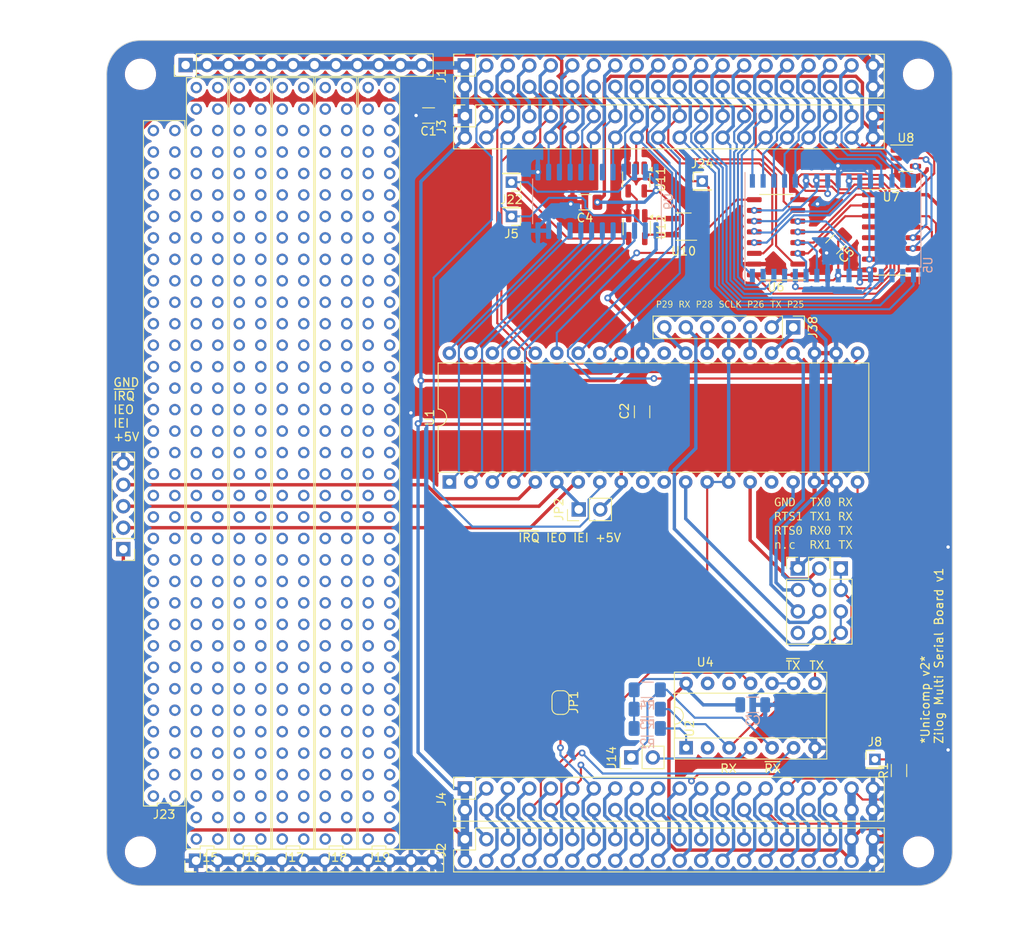
<source format=kicad_pcb>
(kicad_pcb (version 20221018) (generator pcbnew)
  (layers (0 "F.Cu" signal) (31 "B.Cu" signal) (34 "B.Paste" user) (35 "F.Paste" user) (36 "B.SilkS" user "B.Silkscreen") (37 "F.SilkS" user "F.Silkscreen") (38 "B.Mask" user) (39 "F.Mask" user) (44 "Edge.Cuts" user))
  (net 0 "")
  (net 1 "/~{RST}")
  (net 2 "GND")
  (net 3 "/D7")
  (net 4 "/D6")
  (net 5 "/D5")
  (net 6 "/D4")
  (net 7 "/D3")
  (net 8 "/D2")
  (net 9 "/D1")
  (net 10 "/D0")
  (net 11 "+5V")
  (net 12 "/A15")
  (net 13 "/A14")
  (net 14 "/A13")
  (net 15 "/A12")
  (net 16 "/A11")
  (net 17 "/A10")
  (net 18 "/A9")
  (net 19 "/A8")
  (net 20 "/A7")
  (net 21 "/A6")
  (net 22 "/A5")
  (net 23 "/A4")
  (net 24 "/A3")
  (net 25 "/A2")
  (net 26 "/A1")
  (net 27 "/A0")
  (net 28 "/TDI")
  (net 29 "/TMS")
  (net 30 "/TCK")
  (net 31 "+3V3")
  (net 32 "/TDO")
  (net 33 "/CLKF")
  (net 34 "/CLKS")
  (net 35 "/MOSI")
  (net 36 "/SCK")
  (net 37 "/~{ZRD}")
  (net 38 "/~{MWR}")
  (net 39 "/~{MRD}")
  (net 40 "/R{slash}~{W}_e")
  (net 41 "/~{IOREQ}")
  (net 42 "/PHI2_e")
  (net 43 "/PHI1_e")
  (net 44 "/~{PH0}")
  (net 45 "/PH0")
  (net 46 "/RX1")
  (net 47 "/RES1")
  (net 48 "/TX1")
  (net 49 "/RES0")
  (net 50 "/TX3")
  (net 51 "/RX3")
  (net 52 "/TX2")
  (net 53 "/RX2")
  (net 54 "/Bus/TDRTN")
  (net 55 "Net-(U7-RCLK)")
  (net 56 "/~{BUSFREE}")
  (net 57 "/~{RAMWE13}")
  (net 58 "/TX1#")
  (net 59 "Net-(U5-I{slash}O0)")
  (net 60 "Net-(U5-I{slash}O1)")
  (net 61 "Net-(U5-I{slash}O2)")
  (net 62 "Net-(U5-I{slash}O3)")
  (net 63 "/~{RAM_WE}")
  (net 64 "Net-(U5-I{slash}O4)")
  (net 65 "Net-(U5-I{slash}O5)")
  (net 66 "Net-(U5-I{slash}O6)")
  (net 67 "Net-(U5-I{slash}O7)")
  (net 68 "/A16")
  (net 69 "/A17")
  (net 70 "/A18")
  (net 71 "/A19")
  (net 73 "/~{RX1}")
  (net 74 "/RX1#")
  (net 75 "/~{TX1}")
  (net 76 "/~{RX1}'")
  (net 77 "/~{RAMWE12}")
  (net 78 "/~{RAMWE11}")
  (net 79 "/~{RAMWE10}")
  (net 80 "/~{RAMWE9}")
  (net 81 "/TX0A")
  (net 82 "/~{RTS1}")
  (net 83 "/TX1A")
  (net 84 "/~{RTS0}")
  (net 85 "/RX0A")
  (net 87 "/RX1A")
  (net 88 "/SERCLK")
  (net 89 "/IEO")
  (net 90 "/IEI")
  (net 91 "/~{CS_ACIA}")
  (net 92 "/~{IRQ}")
  (net 93 "/Pin25")
  (net 94 "/Pin26")
  (net 95 "/Pin28")
  (net 96 "/Pin29")
  (net 100 "/~{CS_ACIA2}")
  (net 101 "Net-(R2-Pad2)")
  (net 102 "Net-(U2-Pad13)")
  (net 103 "Net-(U2-Pad12)")
  (net 104 "Net-(U2-Pad2)")
  (net 529 "/~{RAMWE8}")
  (net 530 "/~{RAMWE7}")
  (net 531 "/~{RAMWE6}")
  (net 532 "/~{RAMWE5}")
  (net 533 "/~{RAMWE4}")
  (net 534 "/~{RAMWE3}")
  (net 535 "/~{RAMWE2}")
  (net 536 "/~{RAMWE1}")
  (net 537 "/~{RAMWE0}")
  (net 538 "/Bus/DB0")
  (net 539 "/Bus/DB1")
  (net 540 "/Bus/DB2")
  (net 541 "/Bus/DB3")
  (net 542 "/Bus/DB4")
  (net 543 "/Bus/DB5")
  (net 544 "/Bus/DB6")
  (net 545 "/Bus/DB7")
  (net 546 "/Bus/~{DOE}")
  (net 548 "Net-(U10-Pad4)")
  (net 549 "Net-(U11-Pad4)")
  (footprint "Capacitor_SMD:C_1206_3216Metric" (layer "F.Cu") (at 160.655 89.281 90)
    (fp_text reference "C2")
    (fp_text value "100n")
  )
  (footprint "Capacitor_SMD:C_1206_3216Metric" (layer "F.Cu") (at 153.8968 64.4906 180)
    (fp_text reference "C4")
    (fp_text value "100n")
  )
  (footprint "Connector_PinSocket_2.54mm:PinSocket_2x20_P2.54mm_Vertical" (layer "F.Cu") (at 139.7 48.303005 90)
    (fp_text reference "J1")
    (fp_text value "BUS")
  )
  (footprint "Connector_PinHeader_2.54mm:PinHeader_1x04_P2.54mm_Vertical" (layer "F.Cu") (at 184.15 107.823)
    (fp_text reference "J6" hide)
    (fp_text value "Conn_01x04" hide)
  )
  (footprint "Connector_PinHeader_2.54mm:PinHeader_1x07_P2.54mm_Vertical" (layer "F.Cu") (at 178.52215 79.291247 -90)
    (fp_text reference "J38")
    (fp_text value "CONFIG")
  )
  (footprint "Jumper:SolderJumper-2_P1.3mm_Bridged_RoundedPad1.0x1.5mm" (layer "F.Cu") (at 151.003 123.683 -90)
    (fp_text reference "JP1")
    (fp_text value "PH2")
  )
  (footprint "Connector_PinSocket_2.54mm:PinSocket_2x20_P2.54mm_Vertical" (layer "F.Cu") (at 139.7 133.849005 90)
    (fp_text reference "J4")
    (fp_text value "BUS")
  )
  (footprint "Package_TO_SOT_SMD:SOT-23-5_HandSoldering" (layer "F.Cu") (at 165.561 67.376 180)
    (fp_text reference "U10")
    (fp_text value "74AHC1G08" hide)
  )
  (footprint "Package_TO_SOT_SMD:SOT-23-5_HandSoldering" (layer "F.Cu") (at 159.959 61.802 -90)
    (fp_text reference "U11")
    (fp_text value "74AHC1G14")
  )
  (footprint "my_own_conn:Proto_2x36" (layer "F.Cu") (at 124.46 95.377)
    (fp_text reference "J18")
    (fp_text value "Conn_02x36_Counter_Clockwise")
  )
  (footprint "Connector_PinHeader_2.00mm:PinHeader_1x01_P2.00mm_Vertical" (layer "F.Cu") (at 167.767 62.0014)
    (fp_text reference "J24")
    (fp_text value "Conn_01x01" hide)
  )
  (footprint "Connector_PinHeader_2.00mm:PinHeader_1x01_P2.00mm_Vertical" (layer "F.Cu") (at 145.2118 66.167 180)
    (fp_text reference "J5")
    (fp_text value "Conn_01x01" hide)
  )
  (footprint "Package_SO:SO-16_3.9x9.9mm_P1.27mm" (layer "F.Cu") (at 176.4908 68.632871 180)
    (fp_text reference "U6")
    (fp_text value "74LVC253")
  )
  (footprint "my_own_conn:Proto_2x36" (layer "F.Cu") (at 119.38 95.377)
    (fp_text reference "J17")
    (fp_text value "Conn_02x36_Counter_Clockwise")
  )
  (footprint "Package_TO_SOT_SMD:SOT-23-5" (layer "F.Cu") (at 191.8462 59.2836)
    (fp_text reference "U8")
    (fp_text value "74AHC1G14")
  )
  (footprint "Connector_PinHeader_2.54mm:PinHeader_2x04_P2.54mm_Vertical" (layer "F.Cu") (at 179.07 107.823)
    (fp_text reference "J7" hide)
    (fp_text value "Conn_02x04_Odd_Even" hide)
  )
  (footprint "Connector_PinHeader_2.54mm:PinHeader_1x12_P2.54mm_Vertical" (layer "F.Cu") (at 107.917 142.389005 90)
    (fp_text reference "J20" hide)
    (fp_text value "Conn_01x12" hide)
  )
  (footprint "Capacitor_SMD:C_1206_3216Metric" (layer "F.Cu") (at 183.513417 69.445183 -135)
    (fp_text reference "C5")
    (fp_text value "100n")
  )
  (footprint "Connector_PinSocket_2.54mm:PinSocket_2x20_P2.54mm_Vertical" (layer "F.Cu") (at 139.7 139.849005 90)
    (fp_text reference "J2")
    (fp_text value "BUS")
  )
  (footprint "Connector_PinHeader_2.54mm:PinHeader_1x05_P2.54mm_Vertical" (layer "F.Cu") (at 99.314 105.537 180)
    (fp_text reference "J13" hide)
    (fp_text value "Conn_01x05" hide)
  )
  (footprint "my_own_conn:Proto_2x36" (layer "F.Cu") (at 114.3 95.377)
    (fp_text reference "J16")
    (fp_text value "Conn_02x36_Counter_Clockwise")
  )
  (footprint "my_own_conn:Proto_2x36" (layer "F.Cu") (at 109.22 95.377)
    (fp_text reference "J15")
    (fp_text value "Conn_02x36_Counter_Clockwise")
  )
  (footprint "MountingHole:MountingHole_3.2mm_M3" (layer "F.Cu") (at 193.34 49.346005)
    (fp_text reference "H3" hide)
    (fp_text value "MountingHole" hide)
  )
  (footprint "Connector_PinHeader_2.54mm:PinHeader_1x02_P2.54mm_Vertical" (layer "F.Cu") (at 159.385 130.175 90)
    (fp_text reference "J14")
    (fp_text value "Conn_01x02")
  )
  (footprint "Package_DIP:DIP-40_W15.24mm" (layer "F.Cu") (at 137.8712 97.5868 90)
    (fp_text reference "U1")
    (fp_text value "Z8440")
  )
  (footprint "Connector_PinSocket_2.54mm:PinSocket_2x20_P2.54mm_Vertical" (layer "F.Cu") (at 139.7 54.303005 90)
    (fp_text reference "J3")
    (fp_text value "BUS" hide)
  )
  (footprint "Connector_PinHeader_2.54mm:PinHeader_1x02_P2.54mm_Vertical" (layer "F.Cu") (at 153.162 100.838 90)
    (fp_text reference "JP2")
    (fp_text value "IEI")
  )
  (footprint "MountingHole:MountingHole_3.2mm_M3" (layer "F.Cu") (at 101.34 49.346005)
    (fp_text reference "H1" hide)
    (fp_text value "MountingHole" hide)
  )
  (footprint "Package_SO:SO-16_3.9x9.9mm_P1.27mm" (layer "F.Cu") (at 190.1052 68.048671)
    (fp_text reference "U7")
    (fp_text value "74LVC595")
  )
  (footprint "Capacitor_SMD:C_1206_3216Metric" (layer "F.Cu") (at 135.4074 54.229 180)
    (fp_text reference "C1")
    (fp_text value "100n")
  )
  (footprint "Connector_PinHeader_2.00mm:PinHeader_1x01_P2.00mm_Vertical" (layer "F.Cu") (at 188.1886 130.4036)
    (fp_text reference "J8")
    (fp_text value ".")
  )
  (footprint "Connector_PinHeader_2.00mm:PinHeader_1x01_P2.00mm_Vertical" (layer "F.Cu") (at 145.2118 62.117 180)
    (fp_text reference "J22")
    (fp_text value "Conn_01x01" hide)
  )
  (footprint "MountingHole:MountingHole_3.2mm_M3" (layer "F.Cu") (at 101.34 141.346005)
    (fp_text reference "H2" hide)
    (fp_text value "MountingHole" hide)
  )
  (footprint "my_own_conn:Proto_2x32" (layer "F.Cu") (at 104.044999 95.282)
    (fp_text reference "J23")
    (fp_text value "Conn_02x32_Counter_Clockwise")
  )
  (footprint "Package_TO_SOT_SMD:SOT-23-5_HandSoldering" (layer "F.Cu") (at 160.02 67.437 -90)
    (fp_text reference "U12")
    (fp_text value "74AHC1G32")
  )
  (footprint "Connector_PinHeader_2.54mm:PinHeader_1x12_P2.54mm_Vertical" (layer "F.Cu") (at 106.68 48.26 90)
    (fp_text reference "J21" hide)
    (fp_text value "Conn_01x12" hide)
  )
  (footprint "my_own_conn:Proto_2x36" (layer "F.Cu") (at 129.54 95.377)
    (fp_text reference "J19")
    (fp_text value "Conn_02x36_Counter_Clockwise")
  )
  (footprint "MountingHole:MountingHole_3.2mm_M3" (layer "F.Cu") (at 193.34 141.346005)
    (fp_text reference "H4" hide)
    (fp_text value "MountingHole" hide)
  )
  (footprint "Resistor_SMD:R_1206_3216Metric_Pad1.30x1.75mm_HandSolder" (layer "F.Cu") (at 191.0334 131.7238 90)
    (fp_text reference "R1")
    (fp_text value "10k")
  )
  (footprint "Package_DIP:DIP-14_W7.62mm_Socket" (layer "F.Cu") (at 165.862 129.032 90)
    (fp_text reference "U2")
    (fp_text value "74HC14")
  )
  (footprint "Package_SO:TSOP-II-32_21.0x10.2mm_P1.27mm" (layer "B.Cu") (at 183.2218 67.566071 90)
    (fp_text reference "U5")
    (fp_text value "IS63WV1288DBLL-10xLI" hide)
  )
  (footprint "Package_SO:SO-24_5.3x15mm_P1.27mm" (layer "B.Cu") (at 155.321 64.389 90)
    (fp_text reference "U9")
    (fp_text value "SN74LVCC4245ANSR" hide)
  )
  (footprint "Resistor_SMD:R_1206_3216Metric_Pad1.30x1.75mm_HandSolder" (layer "B.Cu") (at 161.264 126.746)
    (fp_text reference "R2")
    (fp_text value "1k")
  )
  (footprint "Resistor_SMD:R_1206_3216Metric_Pad1.30x1.75mm_HandSolder" (layer "B.Cu") (at 161.264 124.46)
    (fp_text reference "R3")
    (fp_text value "1k")
  )
  (footprint "Capacitor_SMD:C_1206_3216Metric" (layer "B.Cu") (at 173.736 123.952)
    (fp_text reference "C3")
    (fp_text value "100n")
  )
  (footprint "Resistor_SMD:R_1206_3216Metric_Pad1.30x1.75mm_HandSolder" (layer "B.Cu") (at 161.264 122.174)
    (fp_text reference "R4")
    (fp_text value "1k")
  )
  (gr_line (start 97.34 49.346005) (end 97.34 141.346005) (stroke (width 0.1)) (layer "Edge.Cuts"))
  (gr_arc (start 97.34 49.346005) (mid 98.511573 46.517578) (end 101.34 45.346005) (stroke (width 0.1)) (layer "Edge.Cuts"))
  (gr_arc (start 193.34 45.346005) (mid 196.168427 46.517578) (end 197.34 49.346005) (stroke (width 0.1)) (layer "Edge.Cuts"))
  (gr_arc (start 197.34 141.346005) (mid 196.168427 144.174432) (end 193.34 145.346005) (stroke (width 0.1)) (layer "Edge.Cuts"))
  (gr_line (start 197.34 141.351) (end 197.34 49.346005) (stroke (width 0.1)) (layer "Edge.Cuts"))
  (gr_line (start 193.34 45.346005) (end 101.34 45.346005) (stroke (width 0.1)) (layer "Edge.Cuts"))
  (gr_arc (start 101.34 145.346005) (mid 98.511573 144.174432) (end 97.34 141.346005) (stroke (width 0.1)) (layer "Edge.Cuts"))
  (gr_line (start 193.34 145.346005) (end 101.34 145.346005) (stroke (width 0.1)) (layer "Edge.Cuts"))
  (gr_text "~{TX}" (at 177.546 119.888) (layer "F.SilkS") (effects (font (size 1 1)) (justify left bottom)))
  (gr_text "~{IRQ} IEO IEI +5V" (at 145.923 104.775) (layer "F.SilkS") (effects (font (size 1 1)) (justify left bottom)))
  (gr_text "GND  TX0 RX\nRTS1 TX1 RX\nRTS0 RX0 TX\nn.c  RX1 TX\n" (at 176.276 105.664) (layer "F.SilkS") (effects (font (size 1 1)) (justify left bottom)))
  (gr_text "TX" (at 180.34 119.888) (layer "F.SilkS") (effects (font (size 1 1)) (justify left bottom)))
  (gr_text "*Unicomp v2*\nZilog Multi Serial Board v1" (at 194.945 128.651 90) (layer "F.SilkS") (effects (font (size 1 1)) (justify left)))
  (gr_text "GND\n~{IRQ} \nIEO \nIEI \n+5V" (at 98.044 92.837) (layer "F.SilkS") (effects (font (size 1 1)) (justify left bottom)))
  (gr_text "~{RX}" (at 175.006 132.08) (layer "F.SilkS") (effects (font (size 1 1)) (justify left bottom)))
  (gr_text "P29 RX P28 SCLK P26 TX P25" (at 162.306 77.089) (layer "F.SilkS") (effects (font (size 0.8 0.8)) (justify left bottom)))
  (gr_text "U4" (at 168.1178 118.909) (layer "F.SilkS") (effects (font (size 1 1))))
  (gr_text "RX\n" (at 169.799 132.08) (layer "F.SilkS") (effects (font (size 1 1)) (justify left bottom)))
  (segment (start 159.959 56.904005) (end 160.02 56.843005) (width 0.25) (layer "F.Cu") (net 1))
  (segment (start 186.1312 83.1088) (end 186.1312 82.3468) (width 0.25) (layer "F.Cu") (net 1))
  (segment (start 159.959 60.452) (end 159.959 56.904005) (width 0.25) (layer "F.Cu") (net 1))
  (segment (start 162.052 85.344) (end 183.896 85.344) (width 0.25) (layer "F.Cu") (net 1))
  (segment (start 183.896 85.344) (end 186.1312 83.1088) (width 0.25) (layer "F.Cu") (net 1))
  (via (at 162.052 85.344) (size 0.8) (drill 0.4) (layers "F.Cu" "B.Cu") (net 1))
  (segment (start 151.892 82.718591) (end 154.517409 85.344) (width 0.25) (layer "B.Cu") (net 1))
  (segment (start 161.273253 53.298339) (end 161.273253 55.505419) (width 0.4) (layer "B.Cu") (net 1))
  (segment (start 161.273253 55.505419) (end 160.02 56.758672) (width 0.4) (layer "B.Cu") (net 1))
  (segment (start 160.02 50.843005) (end 160.02 52.045086) (width 0.4) (layer "B.Cu") (net 1))
  (segment (start 151.892 81.975009) (end 151.892 82.718591) (width 0.25) (layer "B.Cu") (net 1))
  (segment (start 154.517409 85.344) (end 162.052 85.344) (width 0.25) (layer "B.Cu") (net 1))
  (segment (start 160.02 52.045086) (end 161.273253 53.298339) (width 0.4) (layer "B.Cu") (net 1))
  (segment (start 164.211 61.034005) (end 164.211 69.656009) (width 0.25) (layer "B.Cu") (net 1))
  (segment (start 160.02 56.843005) (end 164.211 61.034005) (width 0.25) (layer "B.Cu") (net 1))
  (segment (start 164.211 69.656009) (end 151.892 81.975009) (width 0.25) (layer "B.Cu") (net 1))
  (segment (start 138.6078 46.753005) (end 133.9324 51.428405) (width 0.4) (layer "F.Cu") (net 2))
  (segment (start 166.911 64.168) (end 164.465 61.722) (width 0.25) (layer "F.Cu") (net 2))
  (segment (start 193.726397 54.303005) (end 187.96 54.303005) (width 1) (layer "F.Cu") (net 2))
  (segment (start 156.337 66.04) (end 153.9712 66.04) (width 0.25) (layer "F.Cu") (net 2))
  (segment (start 176.024 71.807871) (end 173.9158 71.807871) (width 0.25) (layer "F.Cu") (net 2))
  (segment (start 187.96 58.270851) (end 187.96 56.843005) (width 0.25) (layer "F.Cu") (net 2))
  (segment (start 196.84 105.283) (end 196.84 86.4362) (width 1) (layer "F.Cu") (net 2))
  (segment (start 181.0512 97.5868) (end 181.0512 105.8418) (width 0.25) (layer "F.Cu") (net 2))
  (segment (start 181.0512 105.8418) (end 179.07 107.823) (width 0.25) (layer "F.Cu") (net 2))
  (segment (start 181.393 64.695871) (end 180.963992 64.266863) (width 0.25) (layer "F.Cu") (net 2))
  (segment (start 187.96 139.849005) (end 189.162081 139.849005) (width 1) (layer "F.Cu") (net 2))
  (segment (start 183.5912 84.2518) (end 183.261 84.582) (width 0.25) (layer "F.Cu") (net 2))
  (segment (start 159.499001 61.722) (end 159.009 61.231999) (width 0.25) (layer "F.Cu") (net 2))
  (segment (start 179.0658 73.077871) (end 179.880729 73.077871) (width 0.25) (layer "F.Cu") (net 2))
  (segment (start 157.353 62.108) (end 157.353 64.897) (width 0.25) (layer "F.Cu") (net 2))
  (segment (start 99.314 95.377) (end 99.314 58.04272) (width 0.4) (layer "F.Cu") (net 2))
  (segment (start 196.84 57.416608) (end 193.726397 54.303005) (width 1) (layer "F.Cu") (net 2))
  (segment (start 183.5912 82.3468) (end 183.5912 84.2518) (width 0.25) (layer "F.Cu") (net 2))
  (segment (start 196.84 105.283) (end 196.84 129.286) (width 1) (layer "F.Cu") (net 2))
  (segment (start 179.880729 73.077871) (end 182.470434 70.488166) (width 0.25) (layer "F.Cu") (net 2))
  (segment (start 159.009 61.231999) (end 159.009 60.452) (width 0.25) (layer "F.Cu") (net 2))
  (segment (start 160.655 87.806) (end 134.919 87.806) (width 0.4) (layer "F.Cu") (net 2))
  (segment (start 166.911 66.426) (end 166.911 64.168) (width 0.25) (layer "F.Cu") (net 2))
  (segment (start 104.96472 52.392) (end 132.0954 52.392) (width 0.4) (layer "F.Cu") (net 2))
  (segment (start 181.0512 82.3468) (end 181.0512 84.2518) (width 0.25) (layer "F.Cu") (net 2))
  (segment (start 133.9324 51.428405) (end 133.9324 54.229) (width 0.4) (layer "F.Cu") (net 2))
  (segment (start 157.88 64.897) (end 157.353 64.897) (width 0.25) (layer "F.Cu") (net 2))
  (segment (start 181.0512 84.2518) (end 180.721 84.582) (width 0.25) (layer "F.Cu") (net 2))
  (segment (start 151.15 47.738205) (end 151.15 63.636824) (width 0.4) (layer "F.Cu") (net 2))
  (segment (start 189.162081 139.849005) (end 196.84 132.171086) (width 1) (layer "F.Cu") (net 2))
  (segment (start 184.630405 60.1726) (end 183.8198 60.1726) (width 0.25) (layer "F.Cu") (net 2))
  (segment (start 187.96 56.843005) (end 184.630405 60.1726) (width 0.25) (layer "F.Cu") (net 2))
  (segment (start 180.721 84.582) (end 160.7312 84.582) (width 0.25) (layer "F.Cu") (net 2))
  (segment (start 196.84 86.4362) (end 196.84 57.416608) (width 1) (layer "F.Cu") (net 2))
  (segment (start 160.7312 87.7298) (end 160.655 87.806) (width 0.4) (layer "F.Cu") (net 2))
  (segment (start 159.07 66.087) (end 157.88 64.897) (width 0.25) (layer "F.Cu") (net 2))
  (segment (start 157.353 64.897) (end 157.353 65.024) (width 0.25) (layer "F.Cu") (net 2))
  (segment (start 160.7312 82.3468) (end 160.7312 84.582) (width 0.4) (layer "F.Cu") (net 2))
  (segment (start 177.294 73.077871) (end 176.024 71.807871) (width 0.25) (layer "F.Cu") (net 2))
  (segment (start 189.922749 60.2336) (end 187.96 58.270851) (width 0.25) (layer "F.Cu") (net 2))
  (segment (start 99.314 58.04272) (end 104.96472 52.392) (width 0.4) (layer "F.Cu") (net 2))
  (segment (start 159.009 60.452) (end 157.353 62.108) (width 0.25) (layer "F.Cu") (net 2))
  (segment (start 132.0954 52.392) (end 133.9324 54.229) (width 0.4) (layer "F.Cu") (net 2))
  (segment (start 164.465 61.722) (end 159.499001 61.722) (width 0.25) (layer "F.Cu") (net 2))
  (segment (start 180.963992 64.266863) (end 179.144792 64.266863) (width 0.25) (layer "F.Cu") (net 2))
  (segment (start 148.336 60.9265) (end 152.1099 64.7004) (width 0.4) (layer "F.Cu") (net 2))
  (segment (start 150.1648 46.753005) (end 151.15 47.738205) (width 0.4) (layer "F.Cu") (net 2))
  (segment (start 134.919 87.806) (end 133.317 89.408) (width 0.4) (layer "F.Cu") (net 2))
  (segment (start 187.96 48.303005) (end 186.41 46.753005) (width 1) (layer "F.Cu") (net 2))
  (segment (start 183.5912 97.5868) (end 183.5912 103.3018) (width 0.25) (layer "F.Cu") (net 2))
  (segment (start 183.261 84.582) (end 180.721 84.582) (width 0.25) (layer "F.Cu") (net 2))
  (segment (start 190.7087 60.2336) (end 189.922749 60.2336) (width 0.25) (layer "F.Cu") (net 2))
  (segment (start 157.353 65.024) (end 156.337 66.04) (width 0.25) (layer "F.Cu") (net 2))
  (segment (start 183.5912 103.3018) (end 179.07 107.823) (width 0.25) (layer "F.Cu") (net 2))
  (segment (start 179.0658 73.077871) (end 177.294 73.077871) (width 0.25) (layer "F.Cu") (net 2))
  (segment (start 160.7312 84.582) (end 160.7312 87.7298) (width 0.4) (layer "F.Cu") (net 2))
  (segment (start 150.1648 46.753005) (end 138.6078 46.753005) (width 1) (layer "F.Cu") (net 2))
  (segment (start 196.84 132.171086) (end 196.84 129.286) (width 1) (layer "F.Cu") (net 2))
  (segment (start 151.15 63.636824) (end 152.213576 64.7004) (width 0.4) (layer "F.Cu") (net 2))
  (segment (start 153.9712 66.04) (end 152.4218 64.4906) (width 0.25) (layer "F.Cu") (net 2))
  (segment (start 186.41 46.753005) (end 150.1648 46.753005) (width 1) (layer "F.Cu") (net 2))
  (via (at 181.393 64.695871) (size 0.8) (drill 0.4) (layers "F.Cu" "B.Cu") (net 2))
  (via (at 133.9324 54.229) (size 0.8) (drill 0.4) (layers "F.Cu" "B.Cu") (net 2))
  (via (at 133.317 89.408) (size 0.8) (drill 0.4) (layers "F.Cu" "B.Cu") (net 2))
  (via (at 182.470434 70.488166) (size 0.8) (drill 0.4) (layers "F.Cu" "B.Cu") (net 2))
  (via (at 196.84 105.283) (size 0.8) (drill 0.4) (layers "F.Cu" "B.Cu") (net 2))
  (via (at 148.336 60.9265) (size 0.8) (drill 0.4) (layers "F.Cu" "B.Cu") (net 2))
  (via (at 196.84 129.286) (size 0.8) (drill 0.4) (layers "F.Cu" "B.Cu") (net 2))
  (via (at 187.5302 72.493693) (size 0.8) (drill 0.4) (layers "F.Cu" "B.Cu") (net 2))
  (via (at 183.8198 60.1726) (size 0.8) (drill 0.4) (layers "F.Cu" "B.Cu") (net 2))
  (via (at 152.213576 64.7004) (size 0.8) (drill 0.4) (layers "F.Cu" "B.Cu") (net 2))
  (segment (start 186.985 60.784271) (end 184.3902 60.784271) (width 0.25) (layer "B.Cu") (net 2))
  (segment (start 187.96 48.26) (end 187.96 50.8) (width 1) (layer "B.Cu") (net 2))
  (segment (start 148.336 67.4278) (end 151.0634 64.7004) (width 0.4) (layer "B.Cu") (net 2))
  (segment (start 195.8288 106.2942) (end 196.84 105.283) (width 0.4) (layer "B.Cu") (net 2))
  (segment (start 183.8468 61.966071) (end 183.8468 63.562871) (width 0.25) (layer "B.Cu") (net 2))
  (segment (start 151.0634 64.7004) (end 152.213576 64.7004) (width 0.4) (layer "B.Cu") (net 2))
  (segment (start 183.796 63.562871) (end 182.663 64.695871) (width 0.25) (layer "B.Cu") (net 2))
  (segment (start 183.8468 61.966071) (end 183.8468 60.1996) (width 0.25) (layer "B.Cu") (net 2))
  (segment (start 186.7154 75.2094) (end 183.388 75.2094) (width 0.25) (layer "B.Cu") (net 2))
  (segment (start 187.6668 61.466071) (end 186.985 60.784271) (width 0.25) (layer "B.Cu") (net 2))
  (segment (start 151.384 143.939005) (end 138.43 143.939005) (width 1) (layer "B.Cu") (net 2))
  (segment (start 183.388 75.2094) (end 182.5968 74.4182) (width 0.25) (layer "B.Cu") (net 2))
  (segment (start 187.96 142.389005) (end 186.41 143.939005) (width 1) (layer "B.Cu") (net 2))
  (segment (start 183.8468 60.1996) (end 183.8198 60.1726) (width 0.25) (layer "B.Cu") (net 2))
  (segment (start 176.53 123.952) (end 181.102 128.524) (width 0.4) (layer "B.Cu") (net 2))
  (segment (start 186.41 143.939005) (end 151.384 143.939005) (width 1) (layer "B.Cu") (net 2))
  (segment (start 107.917 142.389005) (end 135.857 142.389005) (width 1) (layer "B.Cu") (net 2))
  (segment (start 133.9324 54.229) (end 133.317 54.8444) (width 0.4) (layer "B.Cu") (net 2))
  (segment (start 187.6668 73.166071) (end 187.6668 74.258) (width 0.25) (layer "B.Cu") (net 2))
  (segment (start 183.8468 63.562871) (end 183.796 63.562871) (width 0.25) (layer "B.Cu") (net 2))
  (segment (start 182.5968 70.614532) (end 182.470434 70.488166) (width 0.25) (layer "B.Cu") (net 2))
  (segment (start 187.6668 63.156) (end 188.2902 63.7794) (width 0.25) (layer "B.Cu") (net 2))
  (segment (start 188.2902 63.7794) (end 188.2902 71.733693) (width 0.25) (layer "B.Cu") (net 2))
  (segment (start 135.857 142.389005) (end 137.407 143.939005) (width 1) (layer "B.Cu") (net 2))
  (segment (start 133.317 54.8444) (end 133.317 89.408) (width 0.4) (layer "B.Cu") (net 2))
  (segment (start 182.5968 74.4182) (end 182.5968 73.166071) (width 0.25) (layer "B.Cu") (net 2))
  (segment (start 187.963253 56.849864) (end 187.963253 54.309864) (width 1) (layer "B.Cu") (net 2))
  (segment (start 182.5968 73.166071) (end 182.5968 70.614532) (width 0.25) (layer "B.Cu") (net 2))
  (segment (start 179.07 107.823) (end 180.5988 106.2942) (width 0.4) (layer "B.Cu") (net 2))
  (segment (start 133.317 142.389005) (end 133.317 89.408) (width 0.4) (layer "B.Cu") (net 2))
  (segment (start 184.3902 60.784271) (end 183.8468 61.327671) (width 0.25) (layer "B.Cu") (net 2))
  (segment (start 187.6668 61.966071) (end 187.6668 63.156) (width 0.25) (layer "B.Cu") (net 2))
  (segment (start 148.336 67.8515) (end 149.606 67.8515) (width 0.4) (layer "B.Cu") (net 2))
  (segment (start 187.6668 74.258) (end 186.7154 75.2094) (width 0.25) (layer "B.Cu") (net 2))
  (segment (start 182.663 64.695871) (end 181.393 64.695871) (width 0.25) (layer "B.Cu") (net 2))
  (segment (start 179.07 107.823) (end 178.308 107.823) (width 0.4) (layer "B.Cu") (net 2))
  (segment (start 181.102 129.032) (end 196.586 129.032) (width 0.4) (layer "B.Cu") (net 2))
  (segment (start 196.586 129.032) (end 196.84 129.286) (width 0.4) (layer "B.Cu") (net 2))
  (segment (start 175.211 123.952) (end 176.53 123.952) (width 0.4) (layer "B.Cu") (net 2))
  (segment (start 137.407 143.939005) (end 138.43 143.939005) (width 1) (layer "B.Cu") (net 2))
  (segment (start 188.2902 71.733693) (end 187.5302 72.493693) (width 0.25) (layer "B.Cu") (net 2))
  (segment (start 180.5988 106.2942) (end 195.8288 106.2942) (width 0.4) (layer "B.Cu") (net 2))
  (segment (start 187.96 133.849005) (end 187.96 142.389005) (width 1) (layer "B.Cu") (net 2))
  (segment (start 187.963253 54.309864) (end 187.963253 48.309864) (width 1) (layer "B.Cu") (net 2))
  (segment (start 159.766 67.8515) (end 159.766 69.021009) (width 0.25) (layer "B.Cu") (net 3))
  (segment (start 146.812 81.975009) (end 146.812 96.266) (width 0.25) (layer "B.Cu") (net 3))
  (segment (start 146.812 96.266) (end 145.4912 97.5868) (width 0.25) (layer "B.Cu") (net 3))
  (segment (start 159.766 69.021009) (end 146.812 81.975009) (width 0.25) (layer "B.Cu") (net 3))
  (segment (start 158.496 67.8515) (end 158.496 69.342) (width 0.25) (layer "B.Cu") (net 4))
  (segment (start 158.496 69.342) (end 145.4912 82.3468) (width 0.25) (layer "B.Cu") (net 4))
  (segment (start 144.145 81.919999) (end 144.145 96.393) (width 0.25) (layer "B.Cu") (net 5))
  (segment (start 144.145 96.393) (end 142.9512 97.5868) (width 0.25) (layer "B.Cu") (net 5))
  (segment (start 157.226 67.8515) (end 157.226 68.838999) (width 0.25) (layer "B.Cu") (net 5))
  (segment (start 157.226 68.838999) (end 144.145 81.919999) (width 0.25) (layer "B.Cu") (net 5))
  (segment (start 155.956 69.342) (end 142.9512 82.3468) (width 0.25) (layer "B.Cu") (net 6))
  (segment (start 155.956 67.8515) (end 155.956 69.342) (width 0.25) (layer "B.Cu") (net 6))
  (segment (start 141.732 81.792999) (end 141.732 96.266) (width 0.25) (layer "B.Cu") (net 7))
  (segment (start 154.686 67.8515) (end 154.686 68.838999) (width 0.25) (layer "B.Cu") (net 7))
  (segment (start 154.686 68.838999) (end 141.732 81.792999) (width 0.25) (layer "B.Cu") (net 7))
  (segment (start 141.732 96.266) (end 140.4112 97.5868) (width 0.25) (layer "B.Cu") (net 7))
  (segment (start 153.416 69.342) (end 140.4112 82.3468) (width 0.25) (layer "B.Cu") (net 8))
  (segment (start 153.416 67.8515) (end 153.416 69.342) (width 0.25) (layer "B.Cu") (net 8))
  (segment (start 138.9962 96.4618) (end 137.8712 97.5868) (width 0.25) (layer "B.Cu") (net 9))
  (segment (start 152.146 68.326) (end 138.9962 81.4758) (width 0.25) (layer "B.Cu") (net 9))
  (segment (start 152.146 67.8515) (end 152.146 68.326) (width 0.25) (layer "B.Cu") (net 9))
  (segment (start 138.9962 81.4758) (end 138.9962 96.4618) (width 0.25) (layer "B.Cu") (net 9))
  (segment (start 137.8712 81.964404) (end 137.8712 82.3468) (width 0.25) (layer "B.Cu") (net 10))
  (segment (start 150.876 67.8515) (end 150.876 68.959604) (width 0.25) (layer "B.Cu") (net 10))
  (segment (start 150.876 68.959604) (end 137.8712 81.964404) (width 0.25) (layer "B.Cu") (net 10))
  (segment (start 157.353 85.598) (end 134.501 85.598) (width 0.4) (layer "F.Cu") (net 11))
  (segment (start 99.314 105.537) (end 99.314 135.509) (width 0.4) (layer "F.Cu") (net 11))
  (segment (start 102.557 138.752) (end 138.602995 138.752) (width 0.4) (layer "F.Cu") (net 11))
  (segment (start 158.1912 97.5868) (end 158.1912 93.2198) (width 0.4) (layer "F.Cu") (net 11))
  (segment (start 160.655 90.756) (end 134.244994 90.756) (width 0.4) (layer "F.Cu") (net 11))
  (segment (start 158.1912 93.2198) (end 160.655 90.756) (width 0.4) (layer "F.Cu") (net 11))
  (segment (start 99.314 135.509) (end 102.557 138.752) (width 0.4) (layer "F.Cu") (net 11))
  (segment (start 136.8824 54.229) (end 139.625995 54.229) (width 0.4) (layer "F.Cu") (net 11))
  (segment (start 134.244994 90.756) (end 134.167 90.678006) (width 0.4) (layer "F.Cu") (net 11))
  (segment (start 159.512 83.439) (end 157.353 85.598) (width 0.4) (layer "F.Cu") (net 11))
  (segment (start 159.512 78.74) (end 159.512 83.439) (width 0.4) (layer "F.Cu") (net 11))
  (segment (start 156.591 75.819) (end 159.512 78.74) (width 0.4) (layer "F.Cu") (net 11))
  (segment (start 138.602995 138.752) (end 139.7 139.849005) (width 0.4) (layer "F.Cu") (net 11))
  (via (at 156.591 75.819) (size 0.8) (drill 0.4) (layers "F.Cu" "B.Cu") (net 11))
  (via (at 134.501 85.598) (size 0.8) (drill 0.4) (layers "F.Cu" "B.Cu") (net 11))
  (via (at 134.167 90.678006) (size 0.8) (drill 0.4) (layers "F.Cu" "B.Cu") (net 11))
  (segment (start 134.501 62.042005) (end 134.501 90.344006) (width 0.4) (layer "B.Cu") (net 11))
  (segment (start 139.703253 54.309864) (end 139.703253 48.309864) (width 1) (layer "B.Cu") (net 11))
  (segment (start 134.167 129.566005) (end 134.167 90.678006) (width 0.4) (layer "B.Cu") (net 11))
  (segment (start 139.7 48.303005) (end 106.723005 48.303005) (width 1) (layer "B.Cu") (net 11))
  (segment (start 139.7 139.7) (end 139.7 133.7) (width 1) (layer "B.Cu") (net 11))
  (segment (start 139.7 133.849005) (end 138.45 133.849005) (width 0.4) (layer "B.Cu") (net 11))
  (segment (start 138.45 133.849005) (end 134.167 129.566005) (width 0.4) (layer "B.Cu") (net 11))
  (segment (start 162.306 70.104) (end 156.591 75.819) (width 0.4) (layer "B.Cu") (net 11))
  (segment (start 155.619775 100.880364) (end 155.659636 100.880364) (width 0.4) (layer "B.Cu") (net 11))
  (segment (start 139.703253 54.309864) (end 139.703253 56.849864) (width 1) (layer "B.Cu") (net 11))
  (segment (start 139.7 139.7) (end 139.7 142.24) (width 1) (layer "B.Cu") (net 11))
  (segment (start 158.1912 98.3488) (end 158.1912 97.5868) (width 0.4) (layer "B.Cu") (net 11))
  (segment (start 139.7 56.843005) (end 134.501 62.042005) (width 0.4) (layer "B.Cu") (net 11))
  (segment (start 162.306 67.8515) (end 162.306 70.104) (width 0.4) (layer "B.Cu") (net 11))
  (segment (start 134.501 90.344006) (end 134.167 90.678006) (width 0.4) (layer "B.Cu") (net 11))
  (segment (start 155.659636 100.880364) (end 158.1912 98.3488) (width 0.4) (layer "B.Cu") (net 11))
  (segment (start 180.343253 51.137276) (end 181.593253 52.387276) (width 0.4) (layer "B.Cu") (net 12))
  (segment (start 181.593253 52.387276) (end 181.593253 55.509885) (width 0.4) (layer "B.Cu") (net 12))
  (segment (start 181.593253 55.509885) (end 180.343253 56.759885) (width 0.4) (layer "B.Cu") (net 12))
  (segment (start 178.7768 61.966071) (end 178.7768 58.406205) (width 0.25) (layer "B.Cu") (net 12))
  (segment (start 178.7768 58.406205) (end 180.34 56.843005) (width 0.25) (layer "B.Cu") (net 12))
  (segment (start 179.07 51.512611) (end 179.07 49.573005) (width 0.4) (layer "B.Cu") (net 13))
  (segment (start 180.343253 52.785864) (end 179.07 51.512611) (width 0.4) (layer "B.Cu") (net 13))
  (segment (start 180.34 55.1434) (end 180.34 54.303005) (width 0.25) (layer "B.Cu") (net 13))
  (segment (start 179.165 57.139706) (end 179.165 56.3184) (width 0.25) (layer "B.Cu") (net 13))
  (segment (start 179.165 56.3184) (end 180.34 55.1434) (width 0.25) (layer "B.Cu") (net 13))
  (segment (start 177.5068 58.797906) (end 179.165 57.139706) (width 0.25) (layer "B.Cu") (net 13))
  (segment (start 179.07 49.573005) (end 180.34 48.303005) (width 0.4) (layer "B.Cu") (net 13))
  (segment (start 177.5068 61.966071) (end 177.5068 58.797906) (width 0.25) (layer "B.Cu") (net 13))
  (segment (start 180.343253 54.458869) (end 180.343253 52.785864) (width 0.4) (layer "B.Cu") (net 13))
  (segment (start 177.803253 51.388864) (end 179.053253 52.638864) (width 0.4) (layer "B.Cu") (net 14))
  (segment (start 177.8 56.843005) (end 176.2368 58.406205) (width 0.25) (layer "B.Cu") (net 14))
  (segment (start 179.053253 55.599864) (end 177.803253 56.849864) (width 0.4) (layer "B.Cu") (net 14))
  (segment (start 176.2368 58.406205) (end 176.2368 61.966071) (width 0.25) (layer "B.Cu") (net 14))
  (segment (start 179.053253 52.638864) (end 179.053253 55.599864) (width 0.4) (layer "B.Cu") (net 14))
  (segment (start 177.803253 52.912864) (end 176.513253 51.622864) (width 0.4) (layer "B.Cu") (net 15))
  (segment (start 176.513253 49.599864) (end 177.803253 48.309864) (width 0.4) (layer "B.Cu") (net 15))
  (segment (start 176.6062 57.158506) (end 174.9668 58.797906) (width 0.25) (layer "B.Cu") (net 15))
  (segment (start 177.8 54.303005) (end 177.8 55.0926) (width 0.25) (layer "B.Cu") (net 15))
  (segment (start 176.6062 56.2864) (end 176.6062 57.158506) (width 0.25) (layer "B.Cu") (net 15))
  (segment (start 177.803253 54.309864) (end 177.803253 52.912864) (width 0.4) (layer "B.Cu") (net 15))
  (segment (start 177.8 55.0926) (end 176.6062 56.2864) (width 0.25) (layer "B.Cu") (net 15))
  (segment (start 176.513253 51.622864) (end 176.513253 49.599864) (width 0.4) (layer "B.Cu") (net 15))
  (segment (start 174.9668 58.797906) (end 174.9668 61.966071) (width 0.25) (layer "B.Cu") (net 15))
  (segment (start 176.513253 52.765864) (end 176.513253 55.599864) (width 0.4) (layer "B.Cu") (net 16))
  (segment (start 175.26 56.843005) (end 173.6968 58.406205) (width 0.25) (layer "B.Cu") (net 16))
  (segment (start 176.513253 55.599864) (end 175.263253 56.849864) (width 0.4) (layer "B.Cu") (net 16))
  (segment (start 175.263253 51.515864) (end 176.513253 52.765864) (width 0.4) (layer "B.Cu") (net 16))
  (segment (start 173.6968 58.406205) (end 173.6968 61.966071) (width 0.25) (layer "B.Cu") (net 16))
  (segment (start 175.263253 50.966159) (end 175.263253 51.515864) (width 0.4) (layer "B.Cu") (net 16))
  (segment (start 172.4406 58.928) (end 173.895 57.4736) (width 0.25) (layer "B.Cu") (net 17))
  (segment (start 175.263253 54.309864) (end 175.263253 52.874059) (width 0.4) (layer "B.Cu") (net 17))
  (segment (start 173.6968 73.166071) (end 172.4406 71.909871) (width 0.25) (layer "B.Cu") (net 17))
  (segment (start 173.895 55.668005) (end 175.26 54.303005) (width 0.25) (layer "B.Cu") (net 17))
  (segment (start 172.4406 71.909871) (end 172.4406 58.928) (width 0.25) (layer "B.Cu") (net 17))
  (segment (start 175.263253 52.874059) (end 173.973253 51.584059) (width 0.4) (layer "B.Cu") (net 17))
  (segment (start 173.973253 51.584059) (end 173.973253 49.589752) (width 0.4) (layer "B.Cu") (net 17))
  (segment (start 173.895 57.4736) (end 173.895 55.668005) (width 0.25) (layer "B.Cu") (net 17))
  (segment (start 173.973253 49.589752) (end 175.26 48.303005) (width 0.4) (layer "B.Cu") (net 17))
  (segment (start 171.9906 73.326854) (end 171.9906 58.741604) (width 0.25) (layer "B.Cu") (net 18))
  (segment (start 174.9668 73.666071) (end 174.334871 74.298) (width 0.25) (layer "B.Cu") (net 18))
  (segment (start 172.72 58.012204) (end 172.72 56.843005) (width 0.25) (layer "B.Cu") (net 18))
  (segment (start 171.9906 58.741604) (end 172.72 58.012204) (width 0.25) (layer "B.Cu") (net 18))
  (segment (start 173.97 54.820772) (end 172.723253 56.067519) (width 0.4) (layer "B.Cu") (net 18))
  (segment (start 173.97 52.678875) (end 173.97 54.820772) (width 0.4) (layer "B.Cu") (net 18))
  (segment (start 172.723253 56.067519) (end 172.723253 56.763457) (width 0.4) (layer "B.Cu") (net 18))
  (segment (start 172.961746 74.298) (end 171.9906 73.326854) (width 0.25) (layer "B.Cu") (net 18))
  (segment (start 174.334871 74.298) (end 172.961746 74.298) (width 0.25) (layer "B.Cu") (net 18))
  (segment (start 172.723253 51.432128) (end 173.97 52.678875) (width 0.4) (layer "B.Cu") (net 18))
  (segment (start 172.77535 74.748) (end 171.5406 73.51325) (width 0.25) (layer "B.Cu") (net 19))
  (segment (start 172.723253 52.835253) (end 171.433253 51.545253) (width 0.4) (layer "B.Cu") (net 19))
  (segment (start 171.8496 57.634306) (end 171.545 57.329706) (width 0.25) (layer "B.Cu") (net 19))
  (segment (start 171.545 57.329706) (end 171.545 56.166) (width 0.25) (layer "B.Cu") (net 19))
  (segment (start 176.2368 73.666071) (end 175.154871 74.748) (width 0.25) (layer "B.Cu") (net 19))
  (segment (start 171.545 56.166) (end 172.72 54.991) (width 0.25) (layer "B.Cu") (net 19))
  (segment (start 171.8496 58.246208) (end 171.8496 57.634306) (width 0.25) (layer "B.Cu") (net 19))
  (segment (start 171.433253 49.589752) (end 172.72 48.303005) (width 0.4) (layer "B.Cu") (net 19))
  (segment (start 175.154871 74.748) (end 172.77535 74.748) (width 0.25) (layer "B.Cu") (net 19))
  (segment (start 171.5406 73.51325) (end 171.5406 58.555208) (width 0.25) (layer "B.Cu") (net 19))
  (segment (start 172.723253 54.309864) (end 172.723253 52.835253) (width 0.4) (layer "B.Cu") (net 19))
  (segment (start 171.5406 58.555208) (end 171.8496 58.246208) (width 0.25) (layer "B.Cu") (net 19))
  (segment (start 171.433253 51.545253) (end 171.433253 49.589752) (width 0.4) (layer "B.Cu") (net 19))
  (segment (start 172.734154 75.3432) (end 171.0906 73.699646) (width 0.25) (layer "B.Cu") (net 20))
  (segment (start 171.43 55.47671) (end 170.18 56.72671) (width 0.4) (layer "B.Cu") (net 20))
  (segment (start 175.829671 75.3432) (end 172.734154 75.3432) (width 0.25) (layer "B.Cu") (net 20))
  (segment (start 171.43 53.32) (end 171.43 55.47671) (width 0.4) (layer "B.Cu") (net 20))
  (segment (start 170.18 52.07) (end 171.43 53.32) (width 0.4) (layer "B.Cu") (net 20))
  (segment (start 170.18 50.843005) (end 170.18 52.07) (width 0.4) (layer "B.Cu") (net 20))
  (segment (start 171.0906 73.699646) (end 171.0906 57.753605) (width 0.25) (layer "B.Cu") (net 20))
  (segment (start 171.0906 57.753605) (end 170.18 56.843005) (width 0.25) (layer "B.Cu") (net 20))
  (segment (start 177.5068 73.666071) (end 175.829671 75.3432) (width 0.25) (layer "B.Cu") (net 20))
  (segment (start 169.005 56.356304) (end 170.18 55.181304) (width 0.25) (layer "B.Cu") (net 21))
  (segment (start 170.18 55.181304) (end 170.18 54.303005) (width 0.25) (layer "B.Cu") (net 21))
  (segment (start 168.93 51.668528) (end 170.18 52.918528) (width 0.4) (layer "B.Cu") (net 21))
  (segment (start 176.016067 75.7932) (end 172.547758 75.7932) (width 0.25) (layer "B.Cu") (net 21))
  (segment (start 176.022867 75.7864) (end 176.016067 75.7932) (width 0.25) (layer "B.Cu") (net 21))
  (segment (start 170.6406 60.232514) (end 169.005 58.596914) (width 0.25) (layer "B.Cu") (net 21))
  (segment (start 170.18 48.303005) (end 168.93 49.553005) (width 0.4) (layer "B.Cu") (net 21))
  (segment (start 170.18 52.918528) (end 170.18 54.303005) (width 0.4) (layer "B.Cu") (net 21))
  (segment (start 168.93 49.553005) (end 168.93 51.668528) (width 0.4) (layer "B.Cu") (net 21))
  (segment (start 169.005 58.596914) (end 169.005 56.356304) (width 0.25) (layer "B.Cu") (net 21))
  (segment (start 188.9368 73.666071) (end 186.816471 75.7864) (width 0.25) (layer "B.Cu") (net 21))
  (segment (start 172.547758 75.7932) (end 170.6406 73.886042) (width 0.25) (layer "B.Cu") (net 21))
  (segment (start 170.6406 73.886042) (end 170.6406 60.232514) (width 0.25) (layer "B.Cu") (net 21))
  (segment (start 186.816471 75.7864) (end 176.022867 75.7864) (width 0.25) (layer "B.Cu") (net 21))
  (segment (start 170.1906 74.072438) (end 170.1906 60.41891) (width 0.25) (layer "B.Cu") (net 22))
  (segment (start 170.1906 60.41891) (end 167.64 57.86831) (width 0.25) (layer "B.Cu") (net 22))
  (segment (start 167.643253 50.926159) (end 167.643253 51.524781) (width 0.4) (layer "B.Cu") (net 22))
  (segment (start 167.643253 51.524781) (end 168.893253 52.774781) (width 0.4) (layer "B.Cu") (net 22))
  (segment (start 168.893253 52.774781) (end 168.893253 55.185547) (width 0.4) (layer "B.Cu") (net 22))
  (segment (start 190.2068 73.666071) (end 187.629671 76.2432) (width 0.25) (layer "B.Cu") (net 22))
  (segment (start 168.893253 55.185547) (end 167.643253 56.435547) (width 0.4) (layer "B.Cu") (net 22))
  (segment (start 167.64 57.86831) (end 167.64 56.843005) (width 0.25) (layer "B.Cu") (net 22))
  (segment (start 187.629671 76.2432) (end 172.361362 76.2432) (width 0.25) (layer "B.Cu") (net 22))
  (segment (start 172.361362 76.2432) (end 170.1906 74.072438) (width 0.25) (layer "B.Cu") (net 22))
  (segment (start 172.174966 76.6932) (end 169.7406 74.258834) (width 0.25) (layer "B.Cu") (net 23))
  (segment (start 188.813 76.6932) (end 172.174966 76.6932) (width 0.25) (layer "B.Cu") (net 23))
  (segment (start 167.643253 54.309864) (end 167.643253 52.912864) (width 0.4) (layer "B.Cu") (net 23))
  (segment (start 166.465 57.329706) (end 166.465 56.356304) (width 0.25) (layer "B.Cu") (net 23))
  (segment (start 166.373253 49.526747) (end 167.596995 48.303005) (width 0.4) (layer "B.Cu") (net 23))
  (segment (start 169.7406 60.605306) (end 166.465 57.329706) (width 0.25) (layer "B.Cu") (net 23))
  (segment (start 191.4768 73.666071) (end 191.4768 74.0294) (width 0.25) (layer "B.Cu") (net 23))
  (segment (start 167.64 55.181304) (end 167.64 54.303005) (width 0.25) (layer "B.Cu") (net 23))
  (segment (start 169.7406 74.258834) (end 169.7406 60.605306) (width 0.25) (layer "B.Cu") (net 23))
  (segment (start 166.373253 51.642864) (end 166.373253 49.526747) (width 0.4) (layer "B.Cu") (net 23))
  (segment (start 191.4768 74.0294) (end 188.813 76.6932) (width 0.25) (layer "B.Cu") (net 23))
  (segment (start 167.643253 52.912864) (end 166.373253 51.642864) (width 0.4) (layer "B.Cu") (net 23))
  (segment (start 166.465 56.356304) (end 167.64 55.181304) (width 0.25) (layer "B.Cu") (net 23))
  (segment (start 165.103253 51.515864) (end 166.353253 52.765864) (width 0.4) (layer "B.Cu") (net 24))
  (segment (start 169.2906 74.44523) (end 171.98857 77.1432) (width 0.25) (layer "B.Cu") (net 24))
  (segment (start 192.7468 74.3088) (end 192.7468 73.166071) (width 0.25) (layer "B.Cu") (net 24))
  (segment (start 166.353253 55.513457) (end 165.103253 56.763457) (width 0.4) (layer "B.Cu") (net 24))
  (segment (start 166.353253 52.765864) (end 166.353253 55.513457) (width 0.4) (layer "B.Cu") (net 24))
  (segment (start 165.103253 50.926159) (end 165.103253 51.515864) (width 0.4) (layer "B.Cu") (net 24))
  (segment (start 165.1 56.843005) (end 169.2906 61.033605) (width 0.25) (layer "B.Cu") (net 24))
  (segment (start 169.2906 61.033605) (end 169.2906 74.44523) (width 0.25) (layer "B.Cu") (net 24))
  (segment (start 171.98857 77.1432) (end 189.9124 77.1432) (width 0.25) (layer "B.Cu") (net 24))
  (segment (start 189.9124 77.1432) (end 192.7468 74.3088) (width 0.25) (layer "B.Cu") (net 24))
  (segment (start 163.7538 57.504902) (end 163.7538 55.649205) (width 0.25) (layer "F.Cu") (net 25))
  (segment (start 174.681604 59.4178) (end 165.666698 59.4178) (width 0.25) (layer "F.Cu") (net 25))
  (segment (start 178.649875 71.807871) (end 176.4974 69.655396) (width 0.25) (layer "F.Cu") (net 25))
  (segment (start 163.7538 55.649205) (end 165.1 54.303005) (width 0.25) (layer "F.Cu") (net 25))
  (segment (start 176.4974 61.233596) (end 174.681604 59.4178) (width 0.25) (layer "F.Cu") (net 25))
  (segment (start 176.4974 69.655396) (end 176.4974 61.233596) (width 0.25) (layer "F.Cu") (net 25))
  (segment (start 165.666698 59.4178) (end 163.7538 57.504902) (width 0.25) (layer "F.Cu") (net 25))
  (segment (start 163.83 49.573005) (end 165.1 48.303005) (width 0.4) (layer "B.Cu") (net 25))
  (segment (start 165.103253 54.309864) (end 165.103253 53.001059) (width 0.4) (layer "B.Cu") (net 25))
  (segment (start 165.103253 53.001059) (end 163.83 51.727806) (width 0.4) (layer "B.Cu") (net 25))
  (segment (start 163.83 51.727806) (end 163.83 49.573005) (width 0.4) (layer "B.Cu") (net 25))
  (segment (start 174.520608 59.8932) (end 176.0474 61.419992) (width 0.25) (layer "F.Cu") (net 26))
  (segment (start 162.56 57.4548) (end 164.9984 59.8932) (width 0.25) (layer "F.Cu") (net 26))
  (segment (start 174.978529 70.537871) (end 173.9158 70.537871) (width 0.25) (layer "F.Cu") (net 26))
  (segment (start 176.0474 61.419992) (end 176.0474 69.469) (width 0.25) (layer "F.Cu") (net 26))
  (segment (start 164.9984 59.8932) (end 174.520608 59.8932) (width 0.25) (layer "F.Cu") (net 26))
  (segment (start 176.0474 69.469) (end 174.978529 70.537871) (width 0.25) (layer "F.Cu") (net 26))
  (segment (start 163.85 55.47671) (end 162.56 56.76671) (width 0.4) (layer "B.Cu") (net 26))
  (segment (start 165.111 59.394005) (end 162.56 56.843005) (width 0.25) (layer "B.Cu") (net 26))
  (segment (start 165.111 72.887) (end 165.111 59.394005) (width 0.25) (layer "B.Cu") (net 26))
  (segment (start 163.85 53.233) (end 163.85 55.47671) (width 0.4) (layer "B.Cu") (net 26))
  (segment (start 155.6512 82.3468) (end 165.111 72.887) (width 0.25) (layer "B.Cu") (net 26))
  (segment (start 162.56 51.943) (end 163.85 53.233) (width 0.4) (layer "B.Cu") (net 26))
  (segment (start 162.56 50.843005) (end 162.56 51.943) (width 0.4) (layer "B.Cu") (net 26))
  (segment (start 153.1112 82.3468) (end 164.661 70.797) (width 0.25) (layer "B.Cu") (net 27))
  (segment (start 163.888 59.832706) (end 161.385 57.329706) (width 0.25) (layer "B.Cu") (net 27))
  (segment (start 161.385 56.293) (end 162.56 55.118) (width 0.25) (layer "B.Cu") (net 27))
  (segment (start 164.661 60.847609) (end 163.888 60.074609) (width 0.25) (layer "B.Cu") (net 27))
  (segment (start 162.563253 54.309864) (end 162.563253 53.387019) (width 0.4) (layer "B.Cu") (net 27))
  (segment (start 164.661 70.797) (end 164.661 60.847609) (width 0.25) (layer "B.Cu") (net 27))
  (segment (start 163.888 60.074609) (end 163.888 59.832706) (width 0.25) (layer "B.Cu") (net 27))
  (segment (start 162.563253 53.387019) (end 161.293253 52.117019) (width 0.4) (layer "B.Cu") (net 27))
  (segment (start 161.293253 49.569752) (end 162.56 48.303005) (width 0.4) (layer "B.Cu") (net 27))
  (segment (start 161.293253 52.117019) (end 161.293253 49.569752) (width 0.4) (layer "B.Cu") (net 27))
  (segment (start 161.385 57.329706) (end 161.385 56.293) (width 0.25) (layer "B.Cu") (net 27))
  (segment (start 162.56 55.118) (end 162.56 54.303005) (width 0.25) (layer "B.Cu") (net 27))
  (segment (start 182.88 136.652) (end 184.13 137.902) (width 0.4) (layer "B.Cu") (net 28))
  (segment (start 184.13 137.902) (end 184.13 140.99) (width 0.4) (layer "B.Cu") (net 28))
  (segment (start 184.13 140.99) (end 182.88 142.24) (width 0.4) (layer "B.Cu") (net 28))
  (segment (start 180.34 138.176) (end 179.07 136.906) (width 0.4) (layer "B.Cu") (net 29))
  (segment (start 179.07 135.119005) (end 180.34 133.849005) (width 0.4) (layer "B.Cu") (net 29))
  (segment (start 180.34 139.849005) (end 180.34 138.176) (width 0.4) (layer "B.Cu") (net 29))
  (segment (start 179.07 136.906) (end 179.07 135.119005) (width 0.4) (layer "B.Cu") (net 29))
  (segment (start 181.63 135.099005) (end 182.88 133.849005) (width 0.4) (layer "B.Cu") (net 30))
  (segment (start 181.63 136.968884) (end 181.63 135.099005) (width 0.4) (layer "B.Cu") (net 30))
  (segment (start 182.88 138.218884) (end 181.63 136.968884) (width 0.4) (layer "B.Cu") (net 30))
  (segment (start 182.88 139.7) (end 182.88 138.218884) (width 0.4) (layer "B.Cu") (net 30))
  (segment (start 179.107 62.267) (end 179.9844 63.1444) (width 0.25) (layer "F.Cu") (net 31))
  (segment (start 190.1958 67.454259) (end 190.1958 69.414808) (width 0.25) (layer "F.Cu") (net 31))
  (segment (start 184.5564 68.4022) (end 183.8468 69.1118) (width 0.25) (layer "F.Cu") (net 31))
  (segment (start 191.590129 71.223671) (end 191.008 71.8058) (width 0.25) (layer "F.Cu") (net 31))
  (segment (start 183.291622 73.721271) (end 183.8468 73.166093) (width 0.25) (layer "F.Cu") (net 31))
  (segment (start 173.9158 73.077871) (end 174.5592 73.721271) (width 0.25) (layer "F.Cu") (net 31))
  (segment (start 195.199 59.385201) (end 194.147399 58.3336) (width 0.25) (layer "F.Cu") (net 31))
  (segment (start 188.370588 75.311) (end 176.148929 75.311) (width 0.25) (layer "F.Cu") (net 31))
  (segment (start 160.97 68.787) (end 161.431 68.326) (width 0.25) (layer "F.Cu") (net 31))
  (segment (start 156.19 63.672388) (end 155.3718 64.490588) (width 0.4) (layer "F.Cu") (net 31))
  (segment (start 188.855003 138.599005) (end 195.94 131.514008) (width 0.4) (layer "F.Cu") (net 31))
  (segment (start 188.544329 73.228071) (end 183.908778 73.228071) (width 0.25) (layer "F.Cu") (net 31))
  (segment (start 190.1958 69.414808) (end 189.5746 70.036008) (width 0.25) (layer "F.Cu") (net 31))
  (segment (start 191.746671 63.603671) (end 189.411006 61.268006) (width 0.25) (layer "F.Cu") (net 31))
  (segment (start 165.481 66.04) (end 162.559998 63.118998) (width 0.25) (layer "F.Cu") (net 31))
  (segment (start 192.6802 63.603671) (end 191.602404 63.603671) (width 0.25) (layer "F.Cu") (net 31))
  (segment (start 186.724395 135.1534) (end 189.1538 135.1534) (width 0.25) (layer "F.Cu") (net 31))
  (segment (start 162.272998 63.152) (end 162.306 63.118998) (width 0.25) (layer "F.Cu") (net 31))
  (segment (start 190.3514 67.298659) (end 190.1958 67.454259) (width 0.25) (layer "F.Cu") (net 31))
  (segment (start 156.962233 49.593005) (end 156.19 50.365238) (width 0.4) (layer "F.Cu") (net 31))
  (segment (start 191.008 72.673588) (end 188.370588 75.311) (width 0.25) (layer "F.Cu") (net 31))
  (segment (start 179.9844 63.1444) (end 182.264529 63.1444) (width 0.25) (layer "F.Cu") (net 31))
  (segment (start 189.5746 72.1978) (end 188.544329 73.228071) (width 0.25) (layer "F.Cu") (net 31))
  (segment (start 187.442233 55.593005) (end 186.71 54.860772) (width 0.4) (layer "F.Cu") (net 31))
  (segment (start 163.83 123.444) (end 165.862 121.412) (width 0.4) (layer "F.Cu") (net 31))
  (segment (start 195.94 65.1046) (end 194.439071 63.603671) (width 0.4) (layer "F.Cu") (net 31))
  (segment (start 186.71 54.860772) (end 186.71 50.3628) (width 0.4) (layer "F.Cu") (net 31))
  (segment (start 176.148929 75.311) (end 174.5592 73.721271) (width 0.25) (layer "F.Cu") (net 31))
  (segment (start 193.642005 55.593005) (end 187.442233 55.593005) (width 0.4) (layer "F.Cu") (net 31))
  (segment (start 179.514796 61.190671) (end 179.107 61.598467) (width 0.25) (layer "F.Cu") (net 31))
  (segment (start 185.42 139.849005) (end 186.67 138.599005) (width 0.4) (layer "F.Cu") (net 31))
  (segment (start 179.107 61.598467) (end 179.107 62.267) (width 0.25) (layer "F.Cu") (net 31))
  (segment (start 189.1538 135.1534) (end 191.0334 133.2738) (width 0.25) (layer "F.Cu") (net 31))
  (segment (start 182.264529 63.1444) (end 182.5968 63.476671) (width 0.25) (layer "F.Cu") (net 31))
  (segment (start 194.439071 63.603671) (end 192.6802 63.603671) (width 0.4) (layer "F.Cu") (net 31))
  (segment (start 183.8468 69.1118) (end 183.8468 73.166093) (width 0.25) (layer "F.Cu") (net 31))
  (segment (start 192.6802 63.603671) (end 195.199 61.084871) (width 0.25) (layer "F.Cu") (net 31))
  (segment (start 164.622233 141.139005) (end 163.83 140.346772) (width 0.4) (layer "F.Cu") (net 31))
  (segment (start 174.5592 73.721271) (end 183.291622 73.721271) (width 0.25) (layer "F.Cu") (net 31))
  (segment (start 195.94 57.891) (end 193.642005 55.593005) (width 0.4) (layer "F.Cu") (net 31))
  (segment (start 192.6802 63.603671) (end 191.746671 63.603671) (width 0.25) (layer "F.Cu") (net 31))
  (segment (start 190.3514 64.854675) (end 190.3514 67.298659) (width 0.25) (layer "F.Cu") (net 31))
  (segment (start 185.42 142.389005) (end 184.17 141.139005) (width 0.4) (layer "F.Cu") (net 31))
  (segment (start 194.147399 58.3336) (end 192.9837 58.3336) (width 0.25) (layer "F.Cu") (net 31))
  (segment (start 156.19 50.365238) (end 156.19 63.672388) (width 0.4) (layer "F.Cu") (net 31))
  (segment (start 189.5746 70.036008) (end 189.5746 72.1978) (width 0.25) (layer "F.Cu") (net 31))
  (segment (start 184.17 141.139005) (end 164.622233 141.139005) (width 0.4) (layer "F.Cu") (net 31))
  (segment (start 163.83 140.346772) (end 163.83 123.444) (width 0.4) (layer "F.Cu") (net 31))
  (segment (start 187.8797 61.268006) (end 187.802365 61.190671) (width 0.25) (layer "F.Cu") (net 31))
  (segment (start 186.67 138.599005) (end 188.855003 138.599005) (width 0.4) (layer "F.Cu") (net 31))
  (segment (start 195.94 65.1046) (end 195.94 57.891) (width 0.4) (layer "F.Cu") (net 31))
  (segment (start 165.481 67.056) (end 165.481 66.04) (width 0.25) (layer "F.Cu") (net 31))
  (segment (start 195.94 131.514008) (end 195.94 65.1046) (width 0.4) (layer "F.Cu") (net 31))
  (segment (start 192.6802 71.223671) (end 191.590129 71.223671) (width 0.25) (layer "F.Cu") (net 31))
  (segment (start 191.008 71.8058) (end 191.008 72.673588) (width 0.25) (layer "F.Cu") (net 31))
  (segment (start 185.42 133.849005) (end 186.724395 135.1534) (width 0.25) (layer "F.Cu") (net 31))
  (segment (start 187.802365 61.190671) (end 179.514796 61.190671) (width 0.25) (layer "F.Cu") (net 31))
  (segment (start 186.71 50.3628) (end 185.940205 49.593005) (width 0.4) (layer "F.Cu") (net 31))
  (segment (start 185.940205 49.593005) (end 156.962233 49.593005) (width 0.4) (layer "F.Cu") (net 31))
  (segment (start 191.602404 63.603671) (end 190.3514 64.854675) (width 0.25) (layer "F.Cu") (net 31))
  (segment (start 189.411006 61.268006) (end 187.8797 61.268006) (width 0.25) (layer "F.Cu") (net 31))
  (segment (start 162.559998 63.118998) (end 162.306 63.118998) (width 0.25) (layer "F.Cu") (net 31))
  (segment (start 164.211 68.326) (end 165.481 67.056) (width 0.25) (layer "F.Cu") (net 31))
  (segment (start 161.431 68.326) (end 164.211 68.326) (width 0.25) (layer "F.Cu") (net 31))
  (segment (start 160.909 63.152) (end 162.272998 63.152) (width 0.25) (layer "F.Cu") (net 31))
  (segment (start 183.908778 73.228071) (end 183.8468 73.166093) (width 0.25) (layer "F.Cu") (net 31))
  (segment (start 195.199 61.084871) (end 195.199 59.385201) (width 0.25) (layer "F.Cu") (net 31))
  (via (at 155.3718 64.490588) (size 0.8) (drill 0.4) (layers "F.Cu" "B.Cu") (net 31))
  (via (at 183.8468 73.166093) (size 0.8) (drill 0.4) (layers "F.Cu" "B.Cu") (net 31))
  (via (at 162.306 63.118998) (size 0.8) (drill 0.4) (layers "F.Cu" "B.Cu") (net 31))
  (via (at 182.5968 63.476671) (size 0.8) (drill 0.4) (layers "F.Cu" "B.Cu") (net 31))
  (segment (start 185.42 133.849005) (end 185.42 142.389005) (width 1) (layer "B.Cu") (net 31))
  (segment (start 162.306 60.9265) (end 161.036 60.9265) (width 0.25) (layer "B.Cu") (net 31))
  (segment (start 155.3718 64.490588) (end 160.93441 64.490588) (width 0.4) (layer "B.Cu") (net 31))
  (segment (start 162.306 62.1965) (end 162.306 63.118998) (width 0.4) (layer "B.Cu") (net 31))
  (segment (start 161.036 60.9265) (end 162.306 62.1965) (width 0.4) (layer "B.Cu") (net 31))
  (segment (start 159.714 126.746) (end 159.714 122.174) (width 0.25) (layer "B.Cu") (net 31))
  (segment (start 182.5968 61.966071) (end 182.5968 63.476671) (width 0.25) (layer "B.Cu") (net 31))
  (segment (start 167.889 123.952) (end 165.862 121.925) (width 0.4) (layer "B.Cu") (net 31))
  (segment (start 172.261 123.952) (end 167.889 123.952) (width 0.4) (layer "B.Cu") (net 31))
  (segment (start 165.862 121.412) (end 165.349 120.899) (width 0.25) (layer "B.Cu") (net 31))
  (segment (start 165.349 120.899) (end 160.989 120.899) (width 0.25) (layer "B.Cu") (net 31))
  (segment (start 160.989 120.899) (end 159.714 122.174) (width 0.25) (layer "B.Cu") (net 31))
  (segment (start 160.93441 64.490588) (end 162.306 63.118998) (width 0.4) (layer "B.Cu") (net 31))
  (segment (start 180.34 136.527412) (end 181.59 137.777412) (width 0.4) (layer "B.Cu") (net 32))
  (segment (start 181.59 137.777412) (end 181.59 140.99) (width 0.4) (layer "B.Cu") (net 32))
  (segment (start 181.59 140.99) (end 180.34 142.24) (width 0.4) (layer "B.Cu") (net 32))
  (segment (start 154.94 136.017) (end 154.94 137.287) (width 0.4) (layer "B.Cu") (net 33))
  (segment (start 156.21 140.97) (end 154.94 142.24) (width 0.4) (layer "B.Cu") (net 33))
  (segment (start 156.21 138.557) (end 156.21 140.97) (width 0.4) (layer "B.Cu") (net 33))
  (segment (start 154.94 137.287) (end 156.21 138.557) (width 0.4) (layer "B.Cu") (net 33))
  (segment (start 151.003 124.333) (end 151.003 129.032) (width 0.25) (layer "F.Cu") (net 34))
  (via (at 151.003 129.032) (size 0.8) (drill 0.4) (layers "F.Cu" "B.Cu") (net 34))
  (segment (start 153.69 135.372233) (end 153.69 137.053) (width 0.4) (layer "B.Cu") (net 34))
  (segment (start 154.94 138.303) (end 154.94 139.7) (width 0.4) (layer "B.Cu") (net 34))
  (segment (start 153.69 137.053) (end 154.94 138.303) (width 0.4) (layer "B.Cu") (net 34))
  (segment (start 154.94 133.849005) (end 151.003 129.912005) (width 0.25) (layer "B.Cu") (net 34))
  (segment (start 154.94 134.122233) (end 153.69 135.372233) (width 0.4) (layer "B.Cu") (net 34))
  (segment (start 151.003 129.912005) (end 151.003 129.032) (width 0.25) (layer "B.Cu") (net 34))
  (segment (start 194.566071 66.143671) (end 192.6802 66.143671) (width 0.25) (layer "F.Cu") (net 35))
  (segment (start 176.885 138.014005) (end 188.697541 138.014005) (width 0.25) (layer "F.Cu") (net 35))
  (segment (start 188.697541 138.014005) (end 195.415 131.296546) (width 0.25) (layer "F.Cu") (net 35))
  (segment (start 195.415 66.9926) (end 194.566071 66.143671) (width 0.25) (layer "F.Cu") (net 35))
  (segment (start 175.26 136.389005) (end 176.885 138.014005) (width 0.25) (layer "F.Cu") (net 35))
  (segment (start 195.415 131.296546) (end 195.415 66.9926) (width 0.25) (layer "F.Cu") (net 35))
  (segment (start 175.26 136.906) (end 176.51 138.156) (width 0.4) (layer "B.Cu") (net 35))
  (segment (start 176.51 140.99) (end 175.26 142.24) (width 0.4) (layer "B.Cu") (net 35))
  (segment (start 176.51 138.156) (end 176.51 140.99) (width 0.4) (layer "B.Cu") (net 35))
  (segment (start 194.072094 59.2836) (end 194.229147 59.440653) (width 0.25) (layer "F.Cu") (net 36))
  (segment (start 193.753271 69.953671) (end 194.4878 70.6882) (width 0.25) (layer "F.Cu") (net 36))
  (segment (start 187.452 128.6764) (end 183.454395 132.674005) (width 0.25) (layer "F.Cu") (net 36))
  (segment (start 194.4878 70.6882) (end 194.4878 125.8316) (width 0.25) (layer "F.Cu") (net 36))
  (segment (start 178.975 132.674005) (end 177.8 133.849005) (width 0.25) (layer "F.Cu") (net 36))
  (segment (start 190.7087 59.2836) (end 194.072094 59.2836) (width 0.25) (layer "F.Cu") (net 36))
  (segment (start 191.643 128.6764) (end 187.452 128.6764) (width 0.25) (layer "F.Cu") (net 36))
  (segment (start 194.4878 125.8316) (end 191.643 128.6764) (width 0.25) (layer "F.Cu") (net 36))
  (segment (start 183.454395 132.674005) (end 178.975 132.674005) (width 0.25) (layer "F.Cu") (net 36))
  (segment (start 192.6802 69.953671) (end 193.753271 69.953671) (width 0.25) (layer "F.Cu") (net 36))
  (via (at 194.229147 59.440653) (size 0.8) (drill 0.4) (layers "F.Cu" "B.Cu") (net 36))
  (via (at 192.6802 69.953671) (size 0.8) (drill 0.4) (layers "F.Cu" "B.Cu") (net 36))
  (segment (start 176.51 135.139005) (end 177.8 133.849005) (width 0.4) (layer "B.Cu") (net 36))
  (segment (start 176.51 137.013) (end 176.51 135.139005) (width 0.4) (layer "B.Cu") (net 36))
  (segment (start 177.8 138.303) (end 176.51 137.013) (width 0.4) (layer "B.Cu") (net 36))
  (segment (start 177.8 139.7) (end 177.8 138.303) (width 0.4) (layer "B.Cu") (net 36))
  (segment (start 194.876 60.087506) (end 194.229147 59.440653) (width 0.25) (layer "B.Cu") (net 36))
  (segment (start 192.6802 69.953671) (end 194.876 67.757871) (width 0.25) (layer "B.Cu") (net 36))
  (segment (start 194.876 67.757871) (end 194.876 60.087506) (width 0.25) (layer "B.Cu") (net 36))
  (segment (start 143.53 78.7928) (end 146.9062 82.169) (width 0.25) (layer "F.Cu") (net 37))
  (segment (start 146.9062 82.812791) (end 147.659409 83.566) (width 0.25) (layer "F.Cu") (net 37))
  (segment (start 156.972 83.566) (end 158.1912 82.3468) (width 0.25) (layer "F.Cu") (net 37))
  (segment (start 144.78 54.303005) (end 143.53 55.553005) (width 0.25) (layer "F.Cu") (net 37))
  (segment (start 147.659409 83.566) (end 156.972 83.566) (width 0.25) (layer "F.Cu") (net 37))
  (segment (start 143.53 55.553005) (end 143.53 78.7928) (width 0.25) (layer "F.Cu") (net 37))
  (segment (start 146.9062 82.169) (end 146.9062 82.812791) (width 0.25) (layer "F.Cu") (net 37))
  (segment (start 144.78 52.610772) (end 143.51 51.340772) (width 0.4) (layer "B.Cu") (net 37))
  (segment (start 143.51 49.573005) (end 144.78 48.303005) (width 0.4) (layer "B.Cu") (net 37))
  (segment (start 144.78 54.303005) (end 144.78 52.610772) (width 0.4) (layer "B.Cu") (net 37))
  (segment (start 143.51 51.340772) (end 143.51 49.573005) (width 0.4) (layer "B.Cu") (net 37))
  (segment (start 148.593253 55.493457) (end 147.323253 56.763457) (width 0.4) (layer "B.Cu") (net 38))
  (segment (start 147.32 50.9193) (end 148.593253 52.192553) (width 0.4) (layer "B.Cu") (net 38))
  (segment (start 148.593253 52.192553) (end 148.593253 55.493457) (width 0.4) (layer "B.Cu") (net 38))
  (segment (start 147.32 52.610772) (end 146.05 51.340772) (width 0.4) (layer "B.Cu") (net 39))
  (segment (start 147.32 54.303005) (end 147.32 52.610772) (width 0.4) (layer "B.Cu") (net 39))
  (segment (start 146.05 49.573005) (end 147.32 48.303005) (width 0.4) (layer "B.Cu") (net 39))
  (segment (start 146.05 51.340772) (end 146.05 49.573005) (width 0.4) (layer "B.Cu") (net 39))
  (segment (start 146.053253 55.579864) (end 144.783253 56.849864) (width 0.4) (layer "B.Cu") (net 40))
  (segment (start 154.8892 66.04) (end 153.9494 65.1002) (width 0.25) (layer "B.Cu") (net 40))
  (segment (start 153.5866 63.9754) (end 149.6314 63.9754) (width 0.25) (layer "B.Cu") (net 40))
  (segment (start 153.9494 64.3382) (end 153.5866 63.9754) (width 0.25) (layer "B.Cu") (net 40))
  (segment (start 144.018 64.9732) (end 144.018 57.605005) (width 0.25) (layer "B.Cu") (net 40))
  (segment (start 144.018 57.605005) (end 144.78 56.843005) (width 0.25) (layer "B.Cu") (net 40))
  (segment (start 149.6314 63.9754) (end 147.4398 66.167) (width 0.25) (layer "B.Cu") (net 40))
  (segment (start 161.036 67.462249) (end 159.613751 66.04) (width 0.25) (layer "B.Cu") (net 40))
  (segment (start 145.2118 66.167) (end 144.018 64.9732) (width 0.25) (layer "B.Cu") (net 40))
  (segment (start 153.9494 65.1002) (end 153.9494 64.3382) (width 0.25) (layer "B.Cu") (net 40))
  (segment (start 147.4398 66.167) (end 145.2118 66.167) (width 0.25) (layer "B.Cu") (net 40))
  (segment (start 159.613751 66.04) (end 154.8892 66.04) (width 0.25) (layer "B.Cu") (net 40))
  (segment (start 144.78 51.308) (end 146.053253 52.581253) (width 0.4) (layer "B.Cu") (net 40))
  (segment (start 146.053253 52.581253) (end 146.053253 55.579864) (width 0.4) (layer "B.Cu") (net 40))
  (segment (start 149.86 54.303005) (end 148.61 55.553005) (width 0.25) (layer "F.Cu") (net 41))
  (segment (start 144.018 78.3336) (end 148.0312 82.3468) (width 0.25) (layer "F.Cu") (net 41))
  (segment (start 144.018 59.69) (end 144.018 78.3336) (width 0.25) (layer "F.Cu") (net 41))
  (segment (start 144.78 58.928) (end 144.018 59.69) (width 0.25) (layer "F.Cu") (net 41))
  (segment (start 147.066 58.928) (end 144.78 58.928) (width 0.25) (layer "F.Cu") (net 41))
  (segment (start 148.61 57.384) (end 147.066 58.928) (width 0.25) (layer "F.Cu") (net 41))
  (segment (start 148.61 55.553005) (end 148.61 57.384) (width 0.25) (layer "F.Cu") (net 41))
  (segment (start 148.61 51.360772) (end 149.86 52.610772) (width 0.4) (layer "B.Cu") (net 41))
  (segment (start 148.61 49.553005) (end 148.61 51.360772) (width 0.4) (layer "B.Cu") (net 41))
  (segment (start 149.86 52.610772) (end 149.86 54.303005) (width 0.4) (layer "B.Cu") (net 41))
  (segment (start 149.86 48.303005) (end 148.61 49.553005) (width 0.4) (layer "B.Cu") (net 41))
  (segment (start 143.493253 55.599864) (end 142.243253 56.849864) (width 0.4) (layer "B.Cu") (net 42))
  (segment (start 142.24 50.843005) (end 142.24 51.562) (width 0.4) (layer "B.Cu") (net 42))
  (segment (start 142.24 51.562) (end 143.493253 52.815253) (width 0.4) (layer "B.Cu") (net 42))
  (segment (start 143.493253 52.815253) (end 143.493253 55.599864) (width 0.4) (layer "B.Cu") (net 42))
  (segment (start 140.99 52.09) (end 142.24 53.34) (width 0.4) (layer "B.Cu") (net 43))
  (segment (start 136.017 73.406) (end 142.875 66.548) (width 0.25) (layer "B.Cu") (net 43))
  (segment (start 141.065 55.478005) (end 142.24 54.303005) (width 0.25) (layer "B.Cu") (net 43))
  (segment (start 154.337 99.663) (end 154.337 101.822) (width 0.25) (layer "B.Cu") (net 43))
  (segment (start 153.289 102.87) (end 140.589 102.87) (width 0.25) (layer "B.Cu") (net 43))
  (segment (start 140.99 49.553005) (end 140.99 52.09) (width 0.4) (layer "B.Cu") (net 43))
  (segment (start 155.6512 98.3488) (end 154.337 99.663) (width 0.25) (layer "B.Cu") (net 43))
  (segment (start 142.24 53.34) (end 142.24 54.303005) (width 0.4) (layer "B.Cu") (net 43))
  (segment (start 142.875 66.548) (end 142.875 59.139706) (width 0.25) (layer "B.Cu") (net 43))
  (segment (start 142.24 48.303005) (end 140.99 49.553005) (width 0.4) (layer "B.Cu") (net 43))
  (segment (start 142.875 59.139706) (end 141.065 57.329706) (width 0.25) (layer "B.Cu") (net 43))
  (segment (start 141.065 57.329706) (end 141.065 55.478005) (width 0.25) (layer "B.Cu") (net 43))
  (segment (start 155.6512 97.5868) (end 155.6512 98.3488) (width 0.25) (layer "B.Cu") (net 43))
  (segment (start 140.589 102.87) (end 136.017 98.298) (width 0.25) (layer "B.Cu") (net 43))
  (segment (start 154.337 101.822) (end 153.289 102.87) (width 0.25) (layer "B.Cu") (net 43))
  (segment (start 136.017 98.298) (end 136.017 73.406) (width 0.25) (layer "B.Cu") (net 43))
  (segment (start 152.4 136.017) (end 152.4 137.219081) (width 0.4) (layer "B.Cu") (net 44))
  (segment (start 153.67 138.489081) (end 153.67 140.97) (width 0.4) (layer "B.Cu") (net 44))
  (segment (start 152.4 137.219081) (end 153.67 138.489081) (width 0.4) (layer "B.Cu") (net 44))
  (segment (start 153.67 140.97) (end 152.4 142.24) (width 0.4) (layer "B.Cu") (net 44))
  (segment (start 186.1312 127.8128) (end 181.794995 132.149005) (width 0.25) (layer "F.Cu") (net 45))
  (segment (start 181.794995 132.149005) (end 167.306498 132.149005) (width 0.25) (layer "F.Cu") (net 45))
  (segment (start 186.1312 97.5868) (end 186.1312 127.8128) (width 0.25) (layer "F.Cu") (net 45))
  (segment (start 153.416 132.833005) (end 153.416 131.064008) (width 0.25) (layer "F.Cu") (net 45))
  (segment (start 167.306498 132.149005) (end 166.491069 132.964434) (width 0.25) (layer "F.Cu") (net 45))
  (segment (start 152.4 133.849005) (end 153.416 132.833005) (width 0.25) (layer "F.Cu") (net 45))
  (via (at 166.491069 132.964434) (size 0.8) (drill 0.4) (layers "F.Cu" "B.Cu") (net 45))
  (via (at 153.416 131.064008) (size 0.8) (drill 0.4) (layers "F.Cu" "B.Cu") (net 45))
  (segment (start 152.4 138.43) (end 152.4 139.849005) (width 0.4) (layer "B.Cu") (net 45))
  (segment (start 152.4 133.849005) (end 151.15 135.099005) (width 0.4) (layer "B.Cu") (net 45))
  (segment (start 151.15 137.18) (end 152.4 138.43) (width 0.4) (layer "B.Cu") (net 45))
  (segment (start 166.491069 132.964434) (end 166.12564 132.599005) (width 0.25) (layer "B.Cu") (net 45))
  (segment (start 166.12564 132.599005) (end 154.950997 132.599005) (width 0.25) (layer "B.Cu") (net 45))
  (segment (start 151.15 135.099005) (end 151.15 137.18) (width 0.4) (layer "B.Cu") (net 45))
  (segment (start 154.950997 132.599005) (end 153.416 131.064008) (width 0.25) (layer "B.Cu") (net 45))
  (segment (start 151.11 131.719) (end 153.18545 129.64355) (width 0.25) (layer "F.Cu") (net 46))
  (segment (start 151.11 135.139005) (end 151.11 131.719) (width 0.25) (layer "F.Cu") (net 46))
  (segment (start 149.86 136.389005) (end 151.11 135.139005) (width 0.25) (layer "F.Cu") (net 46))
  (segment (start 153.18545 129.64355) (end 153.564493 129.64355) (width 0.25) (layer "F.Cu") (net 46))
  (via (at 153.564493 129.64355) (size 0.8) (drill 0.4) (layers "F.Cu" "B.Cu") (net 46))
  (segment (start 175.519995 132.074005) (end 155.994948 132.074005) (width 0.25) (layer "B.Cu") (net 46))
  (segment (start 151.11 138.242528) (end 149.86 136.992528) (width 0.4) (layer "B.Cu") (net 46))
  (segment (start 155.994948 132.074005) (end 153.564493 129.64355) (width 0.25) (layer "B.Cu") (net 46))
  (segment (start 151.11 140.99) (end 151.11 138.242528) (width 0.4) (layer "B.Cu") (net 46))
  (segment (start 178.562 129.032) (end 175.519995 132.074005) (width 0.25) (layer "B.Cu") (net 46))
  (segment (start 149.86 142.24) (end 151.11 140.99) (width 0.4) (layer "B.Cu") (net 46))
  (segment (start 149.86 133.9253) (end 148.61 135.1753) (width 0.4) (layer "B.Cu") (net 47))
  (segment (start 148.61 137.247919) (end 149.86 138.497919) (width 0.4) (layer "B.Cu") (net 47))
  (segment (start 148.61 135.1753) (end 148.61 137.247919) (width 0.4) (layer "B.Cu") (net 47))
  (segment (start 149.86 138.497919) (end 149.86 139.7) (width 0.4) (layer "B.Cu") (net 47))
  (segment (start 161.539 120.147) (end 172.217 120.147) (width 0.25) (layer "F.Cu") (net 48))
  (segment (start 148.685 133.001) (end 161.539 120.147) (width 0.25) (layer "F.Cu") (net 48))
  (segment (start 147.32 136.389005) (end 148.685 135.024006) (width 0.25) (layer "F.Cu") (net 48))
  (segment (start 148.685 135.024006) (end 148.685 133.001) (width 0.25) (layer "F.Cu") (net 48))
  (segment (start 172.217 120.147) (end 173.482 121.412) (width 0.25) (layer "F.Cu") (net 48))
  (segment (start 147.32 137.219081) (end 148.59 138.489081) (width 0.4) (layer "B.Cu") (net 48))
  (segment (start 147.32 136.017) (end 147.32 137.219081) (width 0.4) (layer "B.Cu") (net 48))
  (segment (start 148.59 140.97) (end 147.32 142.24) (width 0.4) (layer "B.Cu") (net 48))
  (segment (start 148.59 138.489081) (end 148.59 140.97) (width 0.4) (layer "B.Cu") (net 48))
  (segment (start 147.32 138.497919) (end 146.07 137.247919) (width 0.4) (layer "B.Cu") (net 49))
  (segment (start 146.07 137.247919) (end 146.07 135.099005) (width 0.4) (layer "B.Cu") (net 49))
  (segment (start 146.07 135.099005) (end 147.32 133.849005) (width 0.4) (layer "B.Cu") (net 49))
  (segment (start 147.32 139.7) (end 147.32 138.497919) (width 0.4) (layer "B.Cu") (net 49))
  (segment (start 144.78 136.017) (end 144.78 137.287) (width 0.4) (layer "B.Cu") (net 50))
  (segment (start 146.05 138.557) (end 146.05 140.97) (width 0.4) (layer "B.Cu") (net 50))
  (segment (start 146.05 140.97) (end 144.78 142.24) (width 0.4) (layer "B.Cu") (net 50))
  (segment (start 144.78 137.287) (end 146.05 138.557) (width 0.4) (layer "B.Cu") (net 50))
  (segment (start 144.78 134.621238) (end 144.78 133.849005) (width 0.4) (layer "B.Cu") (net 51))
  (segment (start 143.53 137.18) (end 143.53 135.871238) (width 0.4) (layer "B.Cu") (net 51))
  (segment (start 143.53 135.871238) (end 144.78 134.621238) (width 0.4) (layer "B.Cu") (net 51))
  (segment (start 144.78 138.43) (end 143.53 137.18) (width 0.4) (layer "B.Cu") (net 51))
  (segment (start 144.78 139.623705) (end 144.78 138.43) (width 0.4) (layer "B.Cu") (net 51))
  (segment (start 143.49 140.99) (end 142.24 142.24) (width 0.4) (layer "B.Cu") (net 52))
  (segment (start 143.49 138.537) (end 143.49 140.99) (width 0.4) (layer "B.Cu") (net 52))
  (segment (start 142.24 136.017) (end 142.24 137.287) (width 0.4) (layer "B.Cu") (net 52))
  (segment (start 142.24 137.287) (end 143.49 138.537) (width 0.4) (layer "B.Cu") (net 52))
  (segment (start 140.99 138.45) (end 140.99 135.099005) (width 0.4) (layer "B.Cu") (net 53))
  (segment (start 140.99 135.099005) (end 142.24 133.849005) (width 0.4) (layer "B.Cu") (net 53))
  (segment (start 142.24 139.7) (end 140.99 138.45) (width 0.4) (layer "B.Cu") (net 53))
  (segment (start 177.8 136.779) (end 179.05 138.029) (width 0.4) (layer "B.Cu") (net 54))
  (segment (start 179.05 138.029) (end 179.05 140.99) (width 0.4) (layer "B.Cu") (net 54))
  (segment (start 179.05 140.99) (end 177.8 142.24) (width 0.4) (layer "B.Cu") (net 54))
  (via (at 192.6802 68.683671) (size 0.8) (drill 0.4) (layers "F.Cu" "B.Cu") (net 55))
  (via (at 192.98368 60.23359) (size 0.8) (drill 0.4) (layers "F.Cu" "B.Cu") (net 55))
  (segment (start 194.2592 67.104671) (end 194.2592 61.50911) (width 0.25) (layer "B.Cu") (net 55))
  (segment (start 192.6802 68.683671) (end 194.2592 67.104671) (width 0.25) (layer "B.Cu") (net 55))
  (segment (start 194.2592 61.50911) (end 192.98368 60.23359) (width 0.25) (layer "B.Cu") (net 55))
  (segment (start 156.23 135.099005) (end 156.23 137.053) (width 0.4) (layer "B.Cu") (net 56))
  (segment (start 156.23 137.053) (end 157.48 138.303) (width 0.4) (layer "B.Cu") (net 56))
  (segment (start 157.48 133.849005) (end 156.23 135.099005) (width 0.4) (layer "B.Cu") (net 56))
  (segment (start 157.48 138.303) (end 157.48 139.7) (width 0.4) (layer "B.Cu") (net 56))
  (segment (start 157.48 142.24) (end 158.73 140.99) (width 0.4) (layer "B.Cu") (net 57))
  (segment (start 158.73 138.156) (end 157.48 136.906) (width 0.4) (layer "B.Cu") (net 57))
  (segment (start 158.73 140.99) (end 158.73 138.156) (width 0.4) (layer "B.Cu") (net 57))
  (segment (start 181.102 121.412) (end 181.102 118.491) (width 0.25) (layer "F.Cu") (net 58))
  (segment (start 181.102 118.491) (end 184.15 115.443) (width 0.25) (layer "F.Cu") (net 58))
  (segment (start 184.15 112.903) (end 184.15 115.443) (width 0.25) (layer "B.Cu") (net 58))
  (segment (start 190.0246 72.384196) (end 188.730725 73.678071) (width 0.25) (layer "F.Cu") (net 59))
  (segment (start 190.8014 67.485055) (end 190.6458 67.640655) (width 0.25) (layer "F.Cu") (net 59))
  (segment (start 190.6458 69.601204) (end 190.0246 70.222404) (width 0.25) (layer "F.Cu") (net 59))
  (segment (start 192.6802 64.873671) (end 190.9688 64.873671) (width 0.25) (layer "F.Cu") (net 59))
  (segment (start 190.8014 65.041071) (end 190.8014 67.485055) (width 0.25) (layer "F.Cu") (net 59))
  (segment (start 190.6458 67.640655) (end 190.6458 69.601204) (width 0.25) (layer "F.Cu") (net 59))
  (segment (start 188.730725 73.678071) (end 186.6718 73.678071) (width 0.25) (layer "F.Cu") (net 59))
  (segment (start 186.6718 73.678071) (end 186.3968 73.953071) (width 0.25) (layer "F.Cu") (net 59))
  (segment (start 190.9688 64.873671) (end 190.8014 65.041071) (width 0.25) (layer "F.Cu") (net 59))
  (segment (start 190.0246 70.222404) (end 190.0246 72.384196) (width 0.25) (layer "F.Cu") (net 59))
  (via (at 179.0658 66.759871) (size 0.8) (drill 0.4) (layers "F.Cu" "B.Cu") (net 59))
  (via (at 186.3968 73.953071) (size 0.8) (drill 0.4) (layers "F.Cu" "B.Cu") (net 59))
  (segment (start 182.382067 66.759871) (end 179.0658 66.759871) (width 0.25) (layer "B.Cu") (net 59))
  (segment (start 186.3968 73.166071) (end 186.3968 70.774604) (width 0.25) (layer "B.Cu") (net 59))
  (segment (start 186.3968 73.166071) (end 186.3968 73.953071) (width 0.25) (layer "B.Cu") (net 59))
  (segment (start 186.3968 70.774604) (end 182.382067 66.759871) (width 0.25) (layer "B.Cu") (net 59))
  (segment (start 179.0658 67.997871) (end 181.555308 67.997871) (width 0.25) (layer "F.Cu") (net 60))
  (segment (start 181.555308 67.997871) (end 185.949508 63.603671) (width 0.25) (layer "F.Cu") (net 60))
  (segment (start 185.949508 63.603671) (end 187.5302 63.603671) (width 0.25) (layer "F.Cu") (net 60))
  (via (at 179.065808 67.997869) (size 0.8) (drill 0.4) (layers "F.Cu" "B.Cu") (net 60))
  (segment (start 185.1268 70.141) (end 182.983669 67.997869) (width 0.25) (layer "B.Cu") (net 60))
  (segment (start 185.1268 72.666071) (end 185.1268 70.141) (width 0.25) (layer "B.Cu") (net 60))
  (segment (start 182.983669 67.997869) (end 179.065808 67.997869) (width 0.25) (layer "B.Cu") (net 60))
  (segment (start 185.315904 64.873671) (end 180.921704 69.267871) (width 0.25) (layer "F.Cu") (net 61))
  (segment (start 180.921704 69.267871) (end 179.0658 69.267871) (width 0.25) (layer "F.Cu") (net 61))
  (segment (start 187.5302 64.873671) (end 185.315904 64.873671) (width 0.25) (layer "F.Cu") (net 61))
  (via (at 179.065799 69.267872) (size 0.8) (drill 0.4) (layers "F.Cu" "B.Cu") (net 61))
  (segment (start 181.3168 70.309271) (end 180.275401 69.267872) (width 0.25) (layer "B.Cu") (net 61))
  (segment (start 180.275401 69.267872) (end 179.065799 69.267872) (width 0.25) (layer "B.Cu") (net 61))
  (segment (start 181.3168 73.166071) (end 181.3168 70.309271) (width 0.25) (layer "B.Cu") (net 61))
  (segment (start 184.6823 66.143671) (end 187.5302 66.143671) (width 0.25) (layer "F.Cu") (net 62))
  (segment (start 179.0658 70.537871) (end 180.2881 70.537871) (width 0.25) (layer "F.Cu") (net 62))
  (segment (start 180.2881 70.537871) (end 184.6823 66.143671) (width 0.25) (layer "F.Cu") (net 62))
  (via (at 179.0658 70.537873) (size 0.8) (drill 0.4) (layers "F.Cu" "B.Cu") (net 62))
  (segment (start 180.0468 73.166071) (end 180.0468 71.518873) (width 0.25) (layer "B.Cu") (net 62))
  (segment (start 180.0468 71.518873) (end 179.0658 70.537873) (width 0.25) (layer "B.Cu") (net 62))
  (segment (start 194.9196 70.483604) (end 194.9196 67.9704) (width 0.25) (layer "F.Cu") (net 63))
  (segment (start 191.0958 67.827051) (end 191.0958 69.8892) (width 0.25) (layer "F.Cu") (net 63))
  (segment (start 178.981981 74.680056) (end 178.7768 74.474875) (width 0.25) (layer "F.Cu") (net 63))
  (segment (start 188.365136 74.680056) (end 178.981981 74.680056) (width 0.25) (layer "F.Cu") (net 63))
  (segment (start 191.0958 69.8892) (end 190.4746 70.5104) (width 0.25) (layer "F.Cu") (net 63))
  (segment (start 188.1886 130.4036) (end 190.8036 130.4036) (width 0.25) (layer "F.Cu") (net 63))
  (segment (start 194.9378 126.017996) (end 194.9378 70.501804) (width 0.25) (layer "F.Cu") (net 63))
  (segment (start 194.9196 67.9704) (end 194.362871 67.413671) (width 0.25) (layer "F.Cu") (net 63))
  (segment (start 194.9378 70.501804) (end 194.9196 70.483604) (width 0.25) (layer "F.Cu") (net 63))
  (segment (start 190.4746 72.570592) (end 188.365136 74.680056) (width 0.25) (layer "F.Cu") (net 63))
  (segment (start 192.6802 67.413671) (end 191.50918 67.413671) (width 0.25) (layer "F.Cu") (net 63))
  (segment (start 191.0334 130.1738) (end 194.9196 126.2876) (width 0.25) (layer "F.Cu") (net 63))
  (segment (start 194.362871 67.413671) (end 192.6802 67.413671) (width 0.25) (layer "F.Cu") (net 63))
  (segment (start 191.50918 67.413671) (end 191.0958 67.827051) (width 0.25) (layer "F.Cu") (net 63))
  (segment (start 194.9196 126.2876) (end 194.9196 126.036196) (width 0.25) (layer "F.Cu") (net 63))
  (segment (start 194.9196 126.036196) (end 194.9378 126.017996) (width 0.25) (layer "F.Cu") (net 63))
  (segment (start 190.4746 70.5104) (end 190.4746 72.570592) (width 0.25) (layer "F.Cu") (net 63))
  (via (at 178.7768 74.474875) (size 0.8) (drill 0.4) (layers "F.Cu" "B.Cu") (net 63))
  (segment (start 178.7768 73.166071) (end 178.7768 74.474875) (width 0.25) (layer "B.Cu") (net 63))
  (segment (start 180.7486 62.640671) (end 180.0468 61.938871) (width 0.25) (layer "F.Cu") (net 64))
  (segment (start 185.389396 63.418671) (end 183.873604 63.418671) (width 0.25) (layer "F.Cu") (net 64))
  (segment (start 188.564008 62.852671) (end 185.955396 62.852671) (width 0.25) (layer "F.Cu") (net 64))
  (segment (start 189.0014 66.739471) (end 189.0014 63.290063) (width 0.25) (layer "F.Cu") (net 64))
  (segment (start 189.0014 63.290063) (end 188.564008 62.852671) (width 0.25) (layer "F.Cu") (net 64))
  (segment (start 185.955396 62.852671) (end 185.389396 63.418671) (width 0.25) (layer "F.Cu") (net 64))
  (segment (start 183.873604 63.418671) (end 183.095604 62.640671) (width 0.25) (layer "F.Cu") (net 64))
  (segment (start 187.5302 67.413671) (end 188.3272 67.413671) (width 0.25) (layer "F.Cu") (net 64))
  (segment (start 188.3272 67.413671) (end 189.0014 66.739471) (width 0.25) (layer "F.Cu") (net 64))
  (segment (start 183.095604 62.640671) (end 180.7486 62.640671) (width 0.25) (layer "F.Cu") (net 64))
  (via (at 180.0468 61.938871) (size 0.8) (drill 0.4) (layers "F.Cu" "B.Cu") (net 64))
  (via (at 173.915801 65.457869) (size 0.8) (drill 0.4) (layers "F.Cu" "B.Cu") (net 64))
  (segment (start 177.278202 65.457869) (end 180.0468 62.689271) (width 0.25) (layer "B.Cu") (net 64))
  (segment (start 180.0468 62.689271) (end 180.0468 61.938871) (width 0.25) (layer "B.Cu") (net 64))
  (segment (start 173.915801 65.457869) (end 177.278202 65.457869) (width 0.25) (layer "B.Cu") (net 64))
  (segment (start 185.769 62.402671) (end 185.203 62.968671) (width 0.25) (layer "F.Cu") (net 65))
  (segment (start 188.759 68.683671) (end 189.2924 68.150271) (width 0.25) (layer "F.Cu") (net 65))
  (segment (start 187.5302 68.683671) (end 188.759 68.683671) (width 0.25) (layer "F.Cu") (net 65))
  (segment (start 184.06 62.968671) (end 183.007 61.915671) (width 0.25) (layer "F.Cu") (net 65))
  (segment (start 189.2924 67.084867) (end 189.4514 66.925867) (width 0.25) (layer "F.Cu") (net 65))
  (segment (start 188.750404 62.402671) (end 185.769 62.402671) (width 0.25) (layer "F.Cu") (net 65))
  (segment (start 189.2924 68.150271) (end 189.2924 67.084867) (width 0.25) (layer "F.Cu") (net 65))
  (segment (start 185.203 62.968671) (end 184.06 62.968671) (width 0.25) (layer "F.Cu") (net 65))
  (segment (start 183.007 61.915671) (end 181.2568 61.915671) (width 0.25) (layer "F.Cu") (net 65))
  (segment (start 189.4514 63.103667) (end 188.750404 62.402671) (width 0.25) (layer "F.Cu") (net 65))
  (segment (start 189.4514 66.925867) (end 189.4514 63.103667) (width 0.25) (layer "F.Cu") (net 65))
  (via (at 173.9158 66.727873) (size 0.8) (drill 0.4) (layers "F.Cu" "B.Cu") (net 65))
  (via (at 181.2568 61.915671) (size 0.8) (drill 0.4) (layers "F.Cu" "B.Cu") (net 65))
  (segment (start 181.3168 61.966071) (end 181.3168 63.171871) (width 0.25) (layer "B.Cu") (net 65))
  (segment (start 176.644594 66.727873) (end 173.9158 66.727873) (width 0.25) (layer "B.Cu") (net 65))
  (segment (start 179.419 65.069671) (end 178.302796 65.069671) (width 0.25) (layer "B.Cu") (net 65))
  (segment (start 181.3168 63.171871) (end 179.419 65.069671) (width 0.25) (layer "B.Cu") (net 65))
  (segment (start 178.302796 65.069671) (end 176.644594 66.727873) (width 0.25) (layer "B.Cu") (net 65))
  (segment (start 188.702135 61.718006) (end 185.374857 61.718006) (width 0.25) (layer "F.Cu") (net 66))
  (segment (start 189.9014 62.917271) (end 188.702135 61.718006) (width 0.25) (layer "F.Cu") (net 66))
  (segment (start 189.7424 69.046471) (end 189.7424 67.271263) (width 0.25) (layer "F.Cu") (net 66))
  (segment (start 189.9014 67.112263) (end 189.9014 62.917271) (width 0.25) (layer "F.Cu") (net 66))
  (segment (start 189.7424 67.271263) (end 189.9014 67.112263) (width 0.25) (layer "F.Cu") (net 66))
  (segment (start 188.8352 69.953671) (end 189.7424 69.046471) (width 0.25) (layer "F.Cu") (net 66))
  (segment (start 185.374857 61.718006) (end 185.126796 61.966067) (width 0.25) (layer "F.Cu") (net 66))
  (segment (start 187.5302 69.953671) (end 188.8352 69.953671) (width 0.25) (layer "F.Cu") (net 66))
  (via (at 185.126796 61.966067) (size 0.8) (drill 0.4) (layers "F.Cu" "B.Cu") (net 66))
  (via (at 173.9158 67.923869) (size 0.8) (drill 0.4) (layers "F.Cu" "B.Cu") (net 66))
  (segment (start 178.423992 65.584871) (end 175.934792 68.074071) (width 0.25) (layer "B.Cu") (net 66))
  (segment (start 175.934792 68.074071) (end 173.773 68.074071) (width 0.25) (layer "B.Cu") (net 66))
  (segment (start 182.5922 65.584871) (end 178.423992 65.584871) (width 0.25) (layer "B.Cu") (net 66))
  (segment (start 185.1268 61.966071) (end 185.1268 63.050271) (width 0.25) (layer "B.Cu") (net 66))
  (segment (start 185.1268 63.050271) (end 182.5922 65.584871) (width 0.25) (layer "B.Cu") (net 66))
  (via (at 187.5302 71.223659) (size 0.8) (drill 0.4) (layers "F.Cu" "B.Cu") (net 67))
  (via (at 173.9158 69.267859) (size 0.8) (drill 0.4) (layers "F.Cu" "B.Cu") (net 67))
  (segment (start 175.3774 69.267859) (end 173.9158 69.267859) (width 0.25) (layer "B.Cu") (net 67))
  (segment (start 182.828 66.034871) (end 178.610388 66.034871) (width 0.25) (layer "B.Cu") (net 67))
  (segment (start 187.5302 63.873471) (end 187.5302 71.223659) (width 0.25) (layer "B.Cu") (net 67))
  (segment (start 186.3968 62.740071) (end 187.5302 63.873471) (width 0.25) (layer "B.Cu") (net 67))
  (segment (start 186.3968 61.966071) (end 186.3968 62.740071) (width 0.25) (layer "B.Cu") (net 67))
  (segment (start 178.610388 66.034871) (end 175.3774 69.267859) (width 0.25) (layer "B.Cu") (net 67))
  (segment (start 186.3968 62.466071) (end 182.828 66.034871) (width 0.25) (layer "B.Cu") (net 67))
  (segment (start 182.883253 52.828748) (end 181.61 51.555495) (width 0.4) (layer "B.Cu") (net 68))
  (segment (start 183.743299 59.368005) (end 188.171405 59.368005) (width 0.25) (layer "B.Cu") (net 68))
  (segment (start 188.9368 60.1334) (end 188.9368 61.966071) (width 0.25) (layer "B.Cu") (net 68))
  (segment (start 181.705 57.329706) (end 183.743299 59.368005) (width 0.25) (layer "B.Cu") (net 68))
  (segment (start 188.171405 59.368005) (end 188.9368 60.1334) (width 0.25) (layer "B.Cu") (net 68))
  (segment (start 181.705 56.1406) (end 181.705 57.329706) (width 0.25) (layer "B.Cu") (net 68))
  (segment (start 182.883253 54.309864) (end 182.883253 52.828748) (width 0.4) (layer "B.Cu") (net 68))
  (segment (start 181.61 51.555495) (end 181.61 49.573005) (width 0.4) (layer "B.Cu") (net 68))
  (segment (start 182.88 54.9656) (end 181.705 56.1406) (width 0.25) (layer "B.Cu") (net 68))
  (segment (start 181.61 49.573005) (end 182.88 48.303005) (width 0.4) (layer "B.Cu") (net 68))
  (segment (start 184.955 58.918005) (end 188.559605 58.918005) (width 0.25) (layer "B.Cu") (net 69))
  (segment (start 188.559605 58.918005) (end 190.2068 60.5652) (width 0.25) (layer "B.Cu") (net 69))
  (segment (start 182.88 56.843005) (end 184.955 58.918005) (width 0.25) (layer "B.Cu") (net 69))
  (segment (start 182.883253 51.397781) (end 184.133253 52.647781) (width 0.4) (layer "B.Cu") (net 69))
  (segment (start 184.133253 55.599864) (end 182.883253 56.849864) (width 0.4) (layer "B.Cu") (net 69))
  (segment (start 184.133253 52.647781) (end 184.133253 55.599864) (width 0.4) (layer "B.Cu") (net 69))
  (segment (start 190.2068 60.5652) (end 190.2068 61.966071) (width 0.25) (layer "B.Cu") (net 69))
  (segment (start 184.245 57.329706) (end 185.383299 58.468005) (width 0.25) (layer "B.Cu") (net 70))
  (segment (start 191.4768 61.1494) (end 191.4768 61.966071) (width 0.25) (layer "B.Cu") (net 70))
  (segment (start 188.795405 58.468005) (end 191.4768 61.1494) (width 0.25) (layer "B.Cu") (net 70))
  (segment (start 184.245 56.2422) (end 184.245 57.329706) (width 0.25) (layer "B.Cu") (net 70))
  (segment (start 184.15 51.816) (end 185.42 53.086) (width 0.4) (layer "B.Cu") (net 70))
  (segment (start 185.383299 58.468005) (end 188.795405 58.468005) (width 0.25) (layer "B.Cu") (net 70))
  (segment (start 185.42 55.0672) (end 184.245 56.2422) (width 0.25) (layer "B.Cu") (net 70))
  (segment (start 184.15 49.573005) (end 184.15 51.816) (width 0.4) (layer "B.Cu") (net 70))
  (segment (start 185.42 53.086) (end 185.42 54.303005) (width 0.4) (layer "B.Cu") (net 70))
  (segment (start 185.42 48.303005) (end 184.15 49.573005) (width 0.4) (layer "B.Cu") (net 70))
  (segment (start 185.42 54.303005) (end 185.42 55.0672) (width 0.25) (layer "B.Cu") (net 70))
  (segment (start 186.67 55.593005) (end 185.42 56.843005) (width 0.4) (layer "B.Cu") (net 71))
  (segment (start 189.132805 58.018005) (end 192.7468 61.632) (width 0.25) (layer "B.Cu") (net 71))
  (segment (start 185.42 50.843005) (end 186.67 52.093005) (width 0.4) (layer "B.Cu") (net 71))
  (segment (start 186.595 58.018005) (end 189.132805 58.018005) (width 0.25) (layer "B.Cu") (net 71))
  (segment (start 186.67 52.093005) (end 186.67 55.593005) (width 0.4) (layer "B.Cu") (net 71))
  (segment (start 185.42 56.843005) (end 186.595 58.018005) (width 0.25) (layer "B.Cu") (net 71))
  (segment (start 172.212 130.302) (end 162.052 130.302) (width 0.25) (layer "B.Cu") (net 73))
  (segment (start 173.482 129.032) (end 172.212 130.302) (width 0.25) (layer "B.Cu") (net 73))
  (segment (start 182.245 123.444) (end 185.42 120.269) (width 0.25) (layer "F.Cu") (net 74))
  (segment (start 185.42 111.633) (end 184.15 110.363) (width 0.25) (layer "F.Cu") (net 74))
  (segment (start 176.53 123.444) (end 182.245 123.444) (width 0.25) (layer "F.Cu") (net 74))
  (segment (start 185.42 120.269) (end 185.42 111.633) (width 0.25) (layer "F.Cu") (net 74))
  (segment (start 170.942 129.032) (end 176.53 123.444) (width 0.25) (layer "F.Cu") (net 74))
  (segment (start 163.83 124.46) (end 165.608 126.238) (width 0.25) (layer "B.Cu") (net 74))
  (segment (start 162.814 124.46) (end 163.83 124.46) (width 0.25) (layer "B.Cu") (net 74))
  (segment (start 168.148 126.238) (end 170.942 129.032) (width 0.25) (layer "B.Cu") (net 74))
  (segment (start 184.15 107.823) (end 184.15 110.363) (width 0.25) (layer "B.Cu") (net 74))
  (segment (start 165.608 126.238) (end 168.148 126.238) (width 0.25) (layer "B.Cu") (net 74))
  (segment (start 176.022 121.412) (end 178.562 121.412) (width 0.25) (layer "B.Cu") (net 75))
  (segment (start 161.29 123.698) (end 161.29 128.27) (width 0.25) (layer "B.Cu") (net 76))
  (segment (start 161.29 128.27) (end 159.385 130.175) (width 0.25) (layer "B.Cu") (net 76))
  (segment (start 162.814 122.174) (end 161.29 123.698) (width 0.25) (layer "B.Cu") (net 76))
  (segment (start 162.814 122.174) (end 163.576 122.174) (width 0.25) (layer "B.Cu") (net 76))
  (segment (start 166.878 125.476) (end 172.466 125.476) (width 0.25) (layer "B.Cu") (net 76))
  (segment (start 172.466 125.476) (end 176.022 129.032) (width 0.25) (layer "B.Cu") (net 76))
  (segment (start 163.576 122.174) (end 166.878 125.476) (width 0.25) (layer "B.Cu") (net 76))
  (segment (start 160.02 138.303) (end 158.77 137.053) (width 0.4) (layer "B.Cu") (net 77))
  (segment (start 160.02 139.7) (end 160.02 138.303) (width 0.4) (layer "B.Cu") (net 77))
  (segment (start 158.77 135.099005) (end 160.02 133.849005) (width 0.4) (layer "B.Cu") (net 77))
  (segment (start 158.77 137.053) (end 158.77 135.099005) (width 0.4) (layer "B.Cu") (net 77))
  (segment (start 160.02 136.906) (end 161.27 138.156) (width 0.4) (layer "B.Cu") (net 78))
  (segment (start 161.27 140.99) (end 160.02 142.24) (width 0.4) (layer "B.Cu") (net 78))
  (segment (start 161.27 138.156) (end 161.27 140.99) (width 0.4) (layer "B.Cu") (net 78))
  (segment (start 162.56 138.303) (end 161.29 137.033) (width 0.4) (layer "B.Cu") (net 79))
  (segment (start 161.29 137.033) (end 161.29 135.119005) (width 0.4) (layer "B.Cu") (net 79))
  (segment (start 162.56 139.7) (end 162.56 138.303) (width 0.4) (layer "B.Cu") (net 79))
  (segment (start 161.29 135.119005) (end 162.56 133.849005) (width 0.4) (layer "B.Cu") (net 79))
  (segment (start 162.56 136.484528) (end 163.85 137.774528) (width 0.4) (layer "B.Cu") (net 80))
  (segment (start 163.85 137.774528) (end 163.85 140.95) (width 0.4) (layer "B.Cu") (net 80))
  (segment (start 163.85 140.95) (end 162.56 142.24) (width 0.4) (layer "B.Cu") (net 80))
  (segment (start 173.4312 104.4702) (end 173.4312 97.5868) (width 0.4) (layer "F.Cu") (net 81))
  (segment (start 180.36 109.073) (end 178.034 109.073) (width 0.4) (layer "F.Cu") (net 81))
  (segment (start 178.034 109.073) (end 173.4312 104.4702) (width 0.4) (layer "F.Cu") (net 81))
  (segment (start 181.61 107.823) (end 180.36 109.073) (width 0.4) (layer "F.Cu") (net 81))
  (segment (start 176.495 109.479472) (end 177.378528 110.363) (width 0.4) (layer "B.Cu") (net 82))
  (segment (start 179.7112 83.5468) (end 179.7112 99.6888) (width 0.4) (layer "B.Cu") (net 82))
  (segment (start 179.7112 99.6888) (end 176.495 102.905) (width 0.4) (layer "B.Cu") (net 82))
  (segment (start 178.5112 82.3468) (end 179.7112 83.5468) (width 0.4) (layer "B.Cu") (net 82))
  (segment (start 177.378528 110.363) (end 179.07 110.363) (width 0.4) (layer "B.Cu") (net 82))
  (segment (start 176.495 102.905) (end 176.495 109.479472) (width 0.4) (layer "B.Cu") (net 82))
  (segment (start 179.641247 78.041247) (end 182.3912 80.7912) (width 0.4) (layer "B.Cu") (net 83))
  (segment (start 177.86 109.113) (end 180.36 109.113) (width 0.4) (layer "B.Cu") (net 83))
  (segment (start 177.292 108.545) (end 177.86 109.113) (width 0.4) (layer "B.Cu") (net 83))
  (segment (start 182.3912 97.943857) (end 177.292 103.043057) (width 0.4) (layer "B.Cu") (net 83))
  (segment (start 182.3912 80.7912) (end 182.3912 97.943857) (width 0.4) (layer "B.Cu") (net 83))
  (segment (start 175.98215 79.291247) (end 177.23215 78.041247) (width 0.4) (layer "B.Cu") (net 83))
  (segment (start 177.292 103.043057) (end 177.292 108.545) (width 0.4) (layer "B.Cu") (net 83))
  (segment (start 180.36 109.113) (end 181.61 110.363) (width 0.4) (layer "B.Cu") (net 83))
  (segment (start 177.23215 78.041247) (end 179.641247 78.041247) (width 0.4) (layer "B.Cu") (net 83))
  (segment (start 178.5112 99.3648) (end 175.895 101.981) (width 0.4) (layer "B.Cu") (net 84))
  (segment (start 178.5112 97.5868) (end 178.5112 99.3648) (width 0.4) (layer "B.Cu") (net 84))
  (segment (start 175.895 101.981) (end 175.895 109.728) (width 0.4) (layer "B.Cu") (net 84))
  (segment (start 175.895 109.728) (end 179.07 112.903) (width 0.4) (layer "B.Cu") (net 84))
  (segment (start 178.074 114.193) (end 180.32 114.193) (width 0.4) (layer "B.Cu") (net 85))
  (segment (start 165.8112 97.5868) (end 165.8112 101.9302) (width 0.4) (layer "B.Cu") (net 85))
  (segment (start 165.8112 101.9302) (end 178.074 114.193) (width 0.4) (layer "B.Cu") (net 85))
  (segment (start 180.32 114.193) (end 181.61 112.903) (width 0.4) (layer "B.Cu") (net 85))
  (segment (start 164.4712 96.139) (end 164.4712 103.1302) (width 0.4) (layer "B.Cu") (net 87))
  (segment (start 165.82215 79.291247) (end 167.0112 80.480297) (width 0.4) (layer "B.Cu") (net 87))
  (segment (start 167.0112 93.599) (end 164.4712 96.139) (width 0.4) (layer "B.Cu") (net 87))
  (segment (start 167.0112 80.480297) (end 167.0112 93.599) (width 0.4) (layer "B.Cu") (net 87))
  (segment (start 164.4712 103.1302) (end 178.181 116.84) (width 0.4) (layer "B.Cu") (net 87))
  (segment (start 180.213 116.84) (end 181.61 115.443) (width 0.4) (layer "B.Cu") (net 87))
  (segment (start 178.181 116.84) (end 180.213 116.84) (width 0.4) (layer "B.Cu") (net 87))
  (segment (start 151.795 123.033) (end 151.003 123.033) (width 0.25) (layer "F.Cu") (net 88))
  (segment (start 168.3512 116.0018) (end 165.354 118.999) (width 0.25) (layer "F.Cu") (net 88))
  (segment (start 168.3512 97.5868) (end 168.3512 116.0018) (width 0.25) (layer "F.Cu") (net 88))
  (segment (start 165.354 118.999) (end 155.829 118.999) (width 0.25) (layer "F.Cu") (net 88))
  (segment (start 155.829 118.999) (end 151.795 123.033) (width 0.25) (layer "F.Cu") (net 88))
  (segment (start 170.8912 79.302197) (end 170.90215 79.291247) (width 0.4) (layer "B.Cu") (net 88))
  (segment (start 170.8912 82.3468) (end 170.8912 79.302197) (width 0.4) (layer "B.Cu") (net 88))
  (segment (start 168.3512 97.5868) (end 170.8912 97.5868) (width 0.25) (layer "B.Cu") (net 88))
  (segment (start 170.8912 82.3468) (end 170.8912 97.5868) (width 0.4) (layer "B.Cu") (net 88))
  (segment (start 152.8572 97.5868) (end 153.1112 97.5868) (width 0.4) (layer "F.Cu") (net 89))
  (segment (start 147.447 102.997) (end 152.8572 97.5868) (width 0.4) (layer "F.Cu") (net 89))
  (segment (start 99.314 102.997) (end 147.447 102.997) (width 0.4) (layer "F.Cu") (net 89))
  (segment (start 153.079775 97.618225) (end 153.1112 97.5868) (width 0.4) (layer "B.Cu") (net 89))
  (segment (start 150.5712 98.3488) (end 150.5712 97.5868) (width 0.4) (layer "F.Cu") (net 90))
  (segment (start 148.463 100.457) (end 150.5712 98.3488) (width 0.4) (layer "F.Cu") (net 90))
  (segment (start 99.314 100.457) (end 148.463 100.457) (width 0.4) (layer "F.Cu") (net 90))
  (segment (start 153.162 100.1776) (end 153.162 100.838) (width 0.4) (layer "B.Cu") (net 90))
  (segment (start 150.539775 97.618225) (end 150.5712 97.5868) (width 0.4) (layer "B.Cu") (net 90))
  (segment (start 150.5712 97.5868) (end 153.162 100.1776) (width 0.4) (layer "B.Cu") (net 90))
  (segment (start 164.752 70.485) (end 160.02 70.485) (width 0.25) (layer "F.Cu") (net 91))
  (segment (start 173.9158 64.187871) (end 171.854129 64.187871) (width 0.25) (layer "F.Cu") (net 91))
  (segment (start 166.911 68.326) (end 164.752 70.485) (width 0.25) (layer "F.Cu") (net 91))
  (segment (start 171.854129 64.187871) (end 167.716 68.326) (width 0.25) (layer "F.Cu") (net 91))
  (segment (start 167.716 68.326) (end 166.911 68.326) (width 0.25) (layer "F.Cu") (net 91))
  (via (at 160.02 70.485) (size 0.8) (drill 0.4) (layers "F.Cu" "B.Cu") (net 91))
  (segment (start 150.5712 79.9338) (end 160.02 70.485) (width 0.25) (layer "B.Cu") (net 91))
  (segment (start 150.5712 82.3468) (end 150.5712 79.9338) (width 0.25) (layer "B.Cu") (net 91))
  (segment (start 99.314 97.917) (end 135.141 97.917) (width 0.4) (layer "F.Cu") (net 92))
  (segment (start 146.05 99.568) (end 148.0312 97.5868) (width 0.4) (layer "F.Cu") (net 92))
  (segment (start 135.141 97.917) (end 136.792 99.568) (width 0.4) (layer "F.Cu") (net 92))
  (segment (start 136.792 99.568) (end 146.05 99.568) (width 0.4) (layer "F.Cu") (net 92))
  (segment (start 147.999775 97.618225) (end 148.0312 97.5868) (width 0.4) (layer "B.Cu") (net 92))
  (segment (start 175.9712 82.3468) (end 178.52215 79.79585) (width 0.4) (layer "B.Cu") (net 93))
  (segment (start 178.52215 79.79585) (end 178.52215 79.291247) (width 0.4) (layer "B.Cu") (net 93))
  (segment (start 173.4312 82.3468) (end 173.4312 79.302197) (width 0.4) (layer "B.Cu") (net 94))
  (segment (start 173.4312 79.302197) (end 173.44215 79.291247) (width 0.4) (layer "B.Cu") (net 94))
  (segment (start 168.3512 79.302197) (end 168.36215 79.291247) (width 0.4) (layer "B.Cu") (net 95))
  (segment (start 168.3512 82.3468) (end 168.3512 79.302197) (width 0.4) (layer "B.Cu") (net 95))
  (segment (start 165.8112 82.3468) (end 163.28215 79.81775) (width 0.4) (layer "B.Cu") (net 96))
  (segment (start 163.28215 79.81775) (end 163.28215 79.291247) (width 0.4) (layer "B.Cu") (net 96))
  (segment (start 177.3936 64.389) (end 177.3936 61.3664) (width 0.25) (layer "F.Cu") (net 100))
  (segment (start 178.462471 65.457871) (end 177.3936 64.389) (width 0.25) (layer "F.Cu") (net 100))
  (segment (start 177.3936 61.3664) (end 174.085 58.0578) (width 0.25) (layer "F.Cu") (net 100))
  (segment (start 168.529 66.788) (end 168.529 62.7634) (width 0.25) (layer "F.Cu") (net 100))
  (segment (start 166.911 67.376) (end 167.941 67.376) (width 0.25) (layer "F.Cu") (net 100))
  (segment (start 161.2392 53.5178) (end 161.2392 57.425809) (width 0.25) (layer "F.Cu") (net 100))
  (segment (start 161.2392 57.425809) (end 165.814791 62.0014) (width 0.25) (layer "F.Cu") (net 100))
  (segment (start 168.529 62.7634) (end 167.767 62.0014) (width 0.25) (layer "F.Cu") (net 100))
  (segment (start 165.814791 62.0014) (end 167.767 62.0014) (width 0.25) (layer "F.Cu") (net 100))
  (segment (start 161.628995 53.128005) (end 161.2392 53.5178) (width 0.25) (layer "F.Cu") (net 100))
  (segment (start 174.085 54.006304) (end 173.206701 53.128005) (width 0.25) (layer "F.Cu") (net 100))
  (segment (start 167.941 67.376) (end 168.529 66.788) (width 0.25) (layer "F.Cu") (net 100))
  (segment (start 174.085 58.0578) (end 174.085 54.006304) (width 0.25) (layer "F.Cu") (net 100))
  (segment (start 173.206701 53.128005) (end 161.628995 53.128005) (width 0.25) (layer "F.Cu") (net 100))
  (segment (start 165.1 126.746) (end 165.862 127.508) (width 0.25) (layer "B.Cu") (net 101))
  (segment (start 165.862 127.508) (end 165.862 129.032) (width 0.25) (layer "B.Cu") (net 101))
  (segment (start 162.814 126.746) (end 165.1 126.746) (width 0.25) (layer "B.Cu") (net 101))
  (segment (start 163.81 135.139005) (end 165.1 133.849005) (width 0.4) (layer "B.Cu") (net 529))
  (segment (start 165.1 138.176) (end 163.81 136.886) (width 0.4) (layer "B.Cu") (net 529))
  (segment (start 165.1 139.7) (end 165.1 138.176) (width 0.4) (layer "B.Cu") (net 529))
  (segment (start 163.81 136.886) (end 163.81 135.139005) (width 0.4) (layer "B.Cu") (net 529))
  (segment (start 165.1 136.906) (end 166.35 138.156) (width 0.4) (layer "B.Cu") (net 530))
  (segment (start 166.35 138.156) (end 166.35 140.99) (width 0.4) (layer "B.Cu") (net 530))
  (segment (start 166.35 140.99) (end 165.1 142.24) (width 0.4) (layer "B.Cu") (net 530))
  (segment (start 166.37 137.033) (end 166.37 135.119005) (width 0.4) (layer "B.Cu") (net 531))
  (segment (start 167.64 139.7) (end 167.64 138.303) (width 0.4) (layer "B.Cu") (net 531))
  (segment (start 166.37 135.119005) (end 167.64 133.849005) (width 0.4) (layer "B.Cu") (net 531))
  (segment (start 167.64 138.303) (end 166.37 137.033) (width 0.4) (layer "B.Cu") (net 531))
  (segment (start 168.89 140.99) (end 167.64 142.24) (width 0.4) (layer "B.Cu") (net 532))
  (segment (start 168.89 138.029) (end 168.89 140.99) (width 0.4) (layer "B.Cu") (net 532))
  (segment (start 167.64 136.779) (end 168.89 138.029) (width 0.4) (layer "B.Cu") (net 532))
  (segment (start 168.93 136.9895) (end 168.93 135.099005) (width 0.4) (layer "B.Cu") (net 533))
  (segment (start 168.93 135.099005) (end 170.18 133.849005) (width 0.4) (layer "B.Cu") (net 533))
  (segment (start 170.18 139.7) (end 170.18 138.2395) (width 0.4) (layer "B.Cu") (net 533))
  (segment (start 170.18 138.2395) (end 168.93 136.9895) (width 0.4) (layer "B.Cu") (net 533))
  (segment (start 171.47 140.95) (end 170.18 142.24) (width 0.4) (layer "B.Cu") (net 534))
  (segment (start 171.47 138.196) (end 171.47 140.95) (width 0.4) (layer "B.Cu") (net 534))
  (segment (start 170.18 136.906) (end 171.47 138.196) (width 0.4) (layer "B.Cu") (net 534))
  (segment (start 172.72 138.303) (end 171.43 137.013) (width 0.4) (layer "B.Cu") (net 535))
  (segment (start 171.43 137.013) (end 171.43 135.139005) (width 0.4) (layer "B.Cu") (net 535))
  (segment (start 171.43 135.139005) (end 172.72 133.849005) (width 0.4) (layer "B.Cu") (net 535))
  (segment (start 172.72 139.7) (end 172.72 138.303) (width 0.4) (layer "B.Cu") (net 535))
  (segment (start 172.72 136.822264) (end 173.97 138.072264) (width 0.4) (layer "B.Cu") (net 536))
  (segment (start 173.97 138.072264) (end 173.97 140.99) (width 0.4) (layer "B.Cu") (net 536))
  (segment (start 173.97 140.99) (end 172.72 142.24) (width 0.4) (layer "B.Cu") (net 536))
  (segment (start 175.26 138.303) (end 173.97 137.013) (width 0.4) (layer "B.Cu") (net 537))
  (segment (start 173.97 135.139005) (end 175.26 133.849005) (width 0.4) (layer "B.Cu") (net 537))
  (segment (start 175.26 139.7) (end 175.26 138.303) (width 0.4) (layer "B.Cu") (net 537))
  (segment (start 173.97 137.013) (end 173.97 135.139005) (width 0.4) (layer "B.Cu") (net 537))
  (segment (start 149.863253 56.09729) (end 151.113253 54.84729) (width 0.4) (layer "B.Cu") (net 538))
  (segment (start 149.606 60.9265) (end 149.606 57.097005) (width 0.25) (layer "B.Cu") (net 538))
  (segment (start 151.113253 54.84729) (end 151.113253 52.520781) (width 0.4) (layer "B.Cu") (net 538))
  (segment (start 149.863253 56.723457) (end 149.863253 56.09729) (width 0.4) (layer "B.Cu") (net 538))
  (segment (start 151.113253 52.520781) (end 149.86 51.267528) (width 0.4) (layer "B.Cu") (net 538))
  (segment (start 152.4 52.959) (end 152.4 54.303005) (width 0.4) (layer "B.Cu") (net 539))
  (segment (start 151.035 55.668005) (end 152.4 54.303005) (width 0.25) (layer "B.Cu") (net 539))
  (segment (start 152.403253 48.458869) (end 151.15 49.712122) (width 0.4) (layer "B.Cu") (net 539))
  (segment (start 151.15 49.712122) (end 151.15 51.709) (width 0.4) (layer "B.Cu") (net 539))
  (segment (start 151.035 60.7675) (end 151.035 55.668005) (width 0.25) (layer "B.Cu") (net 539))
  (segment (start 151.15 51.709) (end 152.4 52.959) (width 0.4) (layer "B.Cu") (net 539))
  (segment (start 153.673253 53.318339) (end 152.4 52.045086) (width 0.4) (layer "B.Cu") (net 540))
  (segment (start 152.1968 60.8757) (end 152.1968 57.046205) (width 0.25) (layer "B.Cu") (net 540))
  (segment (start 152.403253 56.455085) (end 153.673253 55.185085) (width 0.4) (layer "B.Cu") (net 540))
  (segment (start 153.673253 55.185085) (end 153.673253 53.318339) (width 0.4) (layer "B.Cu") (net 540))
  (segment (start 152.4 52.045086) (end 152.4 50.843005) (width 0.4) (layer "B.Cu") (net 540))
  (segment (start 154.94 53.213) (end 154.94 54.303005) (width 0.4) (layer "B.Cu") (net 541))
  (segment (start 153.575 60.7675) (end 153.575 56.0258) (width 0.25) (layer "B.Cu") (net 541))
  (segment (start 153.69 49.553005) (end 153.69 51.963) (width 0.4) (layer "B.Cu") (net 541))
  (segment (start 154.94 48.303005) (end 153.69 49.553005) (width 0.4) (layer "B.Cu") (net 541))
  (segment (start 153.69 51.963) (end 154.94 53.213) (width 0.4) (layer "B.Cu") (net 541))
  (segment (start 153.575 56.0258) (end 154.94 54.6608) (width 0.25) (layer "B.Cu") (net 541))
  (segment (start 154.94 50.843005) (end 154.94 52.045086) (width 0.4) (layer "B.Cu") (net 542))
  (segment (start 156.195738 54.844805) (end 154.943253 56.09729) (width 0.4) (layer "B.Cu") (net 542))
  (segment (start 154.943253 56.09729) (end 154.943253 56.763457) (width 0.4) (layer "B.Cu") (net 542))
  (segment (start 154.6098 60.8503) (end 154.6098 57.173205) (width 0.25) (layer "B.Cu") (net 542))
  (segment (start 154.94 52.045086) (end 156.195738 53.300824) (width 0.4) (layer "B.Cu") (net 542))
  (segment (start 156.195738 53.300824) (end 156.195738 54.844805) (width 0.4) (layer "B.Cu") (net 542))
  (segment (start 156.115 60.7675) (end 156.115 55.668005) (width 0.25) (layer "B.Cu") (net 543))
  (segment (start 156.23 49.553005) (end 156.23 51.836) (width 0.4) (layer "B.Cu") (net 543))
  (segment (start 157.48 53.086) (end 157.48 54.303005) (width 0.4) (layer "B.Cu") (net 543))
  (segment (start 156.115 55.668005) (end 157.48 54.303005) (width 0.25) (layer "B.Cu") (net 543))
  (segment (start 157.48 48.303005) (end 156.23 49.553005) (width 0.4) (layer "B.Cu") (net 543))
  (segment (start 156.23 51.836) (end 157.48 53.086) (width 0.4) (layer "B.Cu") (net 543))
  (segment (start 157.48 51.689) (end 157.48 50.843005) (width 0.4) (layer "B.Cu") (net 544))
  (segment (start 157.226 60.9265) (end 157.226 57.097005) (width 0.25) (layer "B.Cu") (net 544))
  (segment (start 158.733253 55.388747) (end 158.733253 52.942253) (width 0.4) (layer "B.Cu") (net 544))
  (segment (start 157.483253 56.638747) (end 158.733253 55.388747) (width 0.4) (layer "B.Cu") (net 544))
  (segment (start 158.733253 52.942253) (end 157.48 51.689) (width 0.4) (layer "B.Cu") (net 544))
  (segment (start 158.77 51.963) (end 160.02 53.213) (width 0.4) (layer "B.Cu") (net 545))
  (segment (start 158.77 49.553005) (end 158.77 51.963) (width 0.4) (layer "B.Cu") (net 545))
  (segment (start 160.02 53.213) (end 160.02 54.303005) (width 0.4) (layer "B.Cu") (net 545))
  (segment (start 158.655 56.3052) (end 160.02 54.9402) (width 0.25) (layer "B.Cu") (net 545))
  (segment (start 160.02 48.303005) (end 158.77 49.553005) (width 0.4) (layer "B.Cu") (net 545))
  (segment (start 158.655 60.7675) (end 158.655 56.3052) (width 0.25) (layer "B.Cu") (net 545))
  (segment (start 159.07 68.787) (end 151.8818 68.787) (width 0.25) (layer "F.Cu") (net 546))
  (segment (start 151.8818 68.787) (end 145.2118 62.117) (width 0.25) (layer "F.Cu") (net 546))
  (segment (start 147.1562 62.117) (end 145.2118 62.117) (width 0.25) (layer "B.Cu") (net 546))
  (segment (start 148.2852 63.246) (end 147.1562 62.117) (width 0.25) (layer "B.Cu") (net 546))
  (segment (start 157.835751 63.246) (end 148.2852 63.246) (width 0.25) (layer "B.Cu") (net 546))
  (segment (start 159.766 61.315751) (end 157.835751 63.246) (width 0.25) (layer "B.Cu") (net 546))
  (segment (start 161.309 66.426) (end 160.97 66.087) (width 0.25) (layer "F.Cu") (net 548))
  (segment (start 164.211 66.426) (end 161.309 66.426) (width 0.25) (layer "F.Cu") (net 548))
  (segment (start 160.02 66.087) (end 160.02 64.163) (width 0.25) (layer "F.Cu") (net 549))
  (segment (start 160.02 64.163) (end 159.009 63.152) (width 0.25) (layer "F.Cu") (net 549))
  (zone (net 2) (net_name "GND") (layers "F&B.Cu") (connect_pads (clearance 0.508)) (min_thickness 0.254) (fill yes (thermal_gap 0.508) (thermal_bridge_width 0.508))
    (polygon (pts (xy 198.374 147.193) (xy 95.885 147.193) (xy 95.885 42.545) (xy 198.374 42.545)))
  )
)
</source>
